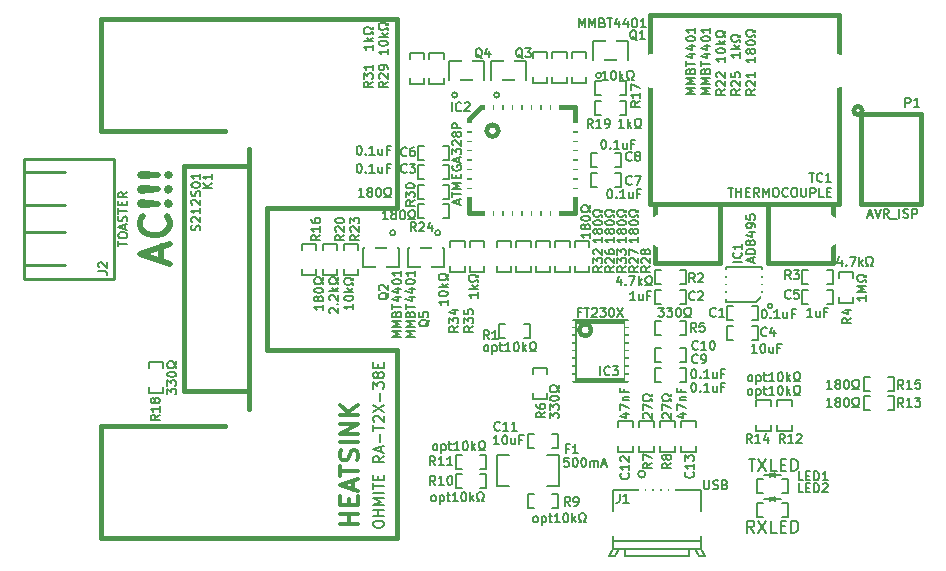
<source format=gto>
G04 (created by PCBNEW (2013-07-07 BZR 4022)-stable) date 11/5/2013 1:48:53 AM*
%MOIN*%
G04 Gerber Fmt 3.4, Leading zero omitted, Abs format*
%FSLAX34Y34*%
G01*
G70*
G90*
G04 APERTURE LIST*
%ADD10C,0.006*%
%ADD11C,0.02*%
%ADD12C,0.015*%
%ADD13C,0.00590551*%
%ADD14C,0.00787402*%
%ADD15C,0.005*%
%ADD16C,0.01*%
%ADD17C,0.0079*%
%ADD18C,0.012*%
%ADD19C,0.008*%
%ADD20C,0.0847*%
%ADD21C,0.0769*%
%ADD22C,0.1044*%
%ADD23R,0.0651X0.0257*%
%ADD24R,0.0257X0.0651*%
%ADD25C,0.1123*%
%ADD26R,0.0611X0.0198*%
%ADD27C,0.0768661*%
%ADD28R,0.0334646X0.0496063*%
%ADD29C,0.0650551*%
%ADD30C,0.12411*%
%ADD31R,0.0493071X0.0493071*%
%ADD32C,0.0532441*%
%ADD33R,0.0629921X0.023622*%
%ADD34R,0.023622X0.0629921*%
%ADD35R,0.0984252X0.0826772*%
%ADD36R,0.0787402X0.0826772*%
%ADD37R,0.0729291X0.0729291*%
%ADD38C,0.0729291*%
%ADD39R,0.0689921X0.0768661*%
%ADD40R,0.0335591X0.0335591*%
%ADD41C,0.0689921*%
%ADD42R,0.0847402X0.0847402*%
%ADD43C,0.0847402*%
%ADD44C,0.147732*%
G04 APERTURE END LIST*
G54D10*
G54D11*
X4569Y9347D02*
X4569Y9823D01*
X4854Y9252D02*
X3854Y9585D01*
X4854Y9919D01*
X4759Y10823D02*
X4807Y10776D01*
X4854Y10633D01*
X4854Y10538D01*
X4807Y10395D01*
X4711Y10300D01*
X4616Y10252D01*
X4426Y10204D01*
X4283Y10204D01*
X4092Y10252D01*
X3997Y10300D01*
X3902Y10395D01*
X3854Y10538D01*
X3854Y10633D01*
X3902Y10776D01*
X3950Y10823D01*
X4759Y11252D02*
X4807Y11300D01*
X4854Y11252D01*
X4807Y11204D01*
X4759Y11252D01*
X4854Y11252D01*
X4473Y11252D02*
X3902Y11204D01*
X3854Y11252D01*
X3902Y11300D01*
X4473Y11252D01*
X3854Y11252D01*
X4759Y11728D02*
X4807Y11776D01*
X4854Y11728D01*
X4807Y11680D01*
X4759Y11728D01*
X4854Y11728D01*
X4473Y11728D02*
X3902Y11680D01*
X3854Y11728D01*
X3902Y11776D01*
X4473Y11728D01*
X3854Y11728D01*
X4759Y12204D02*
X4807Y12252D01*
X4854Y12204D01*
X4807Y12157D01*
X4759Y12204D01*
X4854Y12204D01*
X4473Y12204D02*
X3902Y12157D01*
X3854Y12204D01*
X3902Y12252D01*
X4473Y12204D01*
X3854Y12204D01*
G54D12*
X2579Y3829D02*
X2579Y89D01*
X2579Y13671D02*
X2579Y17411D01*
X7500Y12490D02*
X7500Y13081D01*
X6713Y13671D02*
X2579Y13671D01*
X6713Y3829D02*
X2579Y3829D01*
X7500Y5010D02*
X7500Y4419D01*
X12421Y6388D02*
X12421Y89D01*
X12421Y11112D02*
X12421Y17411D01*
X8091Y11112D02*
X12421Y11112D01*
X8091Y11112D02*
X8091Y6388D01*
X8091Y6388D02*
X12421Y6388D01*
X12421Y17411D02*
X2579Y17411D01*
X2579Y89D02*
X12421Y89D01*
X7500Y5010D02*
X7500Y12490D01*
X7500Y12490D02*
X5335Y12490D01*
X5335Y12490D02*
X5335Y5010D01*
X5335Y5010D02*
X7500Y5010D01*
X15813Y13684D02*
G75*
G03X15813Y13684I-197J0D01*
G74*
G01*
X14828Y14078D02*
X15222Y14472D01*
X15222Y14472D02*
X18372Y14472D01*
X18372Y14472D02*
X18372Y10928D01*
X18372Y10928D02*
X14828Y10928D01*
X14828Y10928D02*
X14828Y14078D01*
X24787Y11228D02*
X24787Y9260D01*
X24787Y9260D02*
X26953Y9260D01*
X26953Y9260D02*
X26953Y11228D01*
X21047Y11228D02*
X21047Y9260D01*
X21047Y9260D02*
X23213Y9260D01*
X23213Y9260D02*
X23213Y11228D01*
X20850Y17528D02*
X20850Y11228D01*
X20850Y11228D02*
X27150Y11228D01*
X27150Y11228D02*
X27150Y17528D01*
X20850Y17528D02*
X27150Y17528D01*
X18905Y7039D02*
G75*
G03X18905Y7039I-197J0D01*
G74*
G01*
X20066Y7334D02*
X18334Y7334D01*
X18334Y7334D02*
X18334Y5366D01*
X18334Y5366D02*
X20066Y5366D01*
X20066Y5366D02*
X20066Y7334D01*
G54D13*
X18959Y16035D02*
X20140Y16035D01*
X20140Y16035D02*
X20140Y16664D01*
X20140Y16664D02*
X18959Y16664D01*
X18959Y16664D02*
X18959Y16035D01*
X19244Y15523D02*
G75*
G03X19244Y15523I-88J0D01*
G74*
G01*
X15559Y15385D02*
X16740Y15385D01*
X16740Y15385D02*
X16740Y16014D01*
X16740Y16014D02*
X15559Y16014D01*
X15559Y16014D02*
X15559Y15385D01*
X15844Y14873D02*
G75*
G03X15844Y14873I-88J0D01*
G74*
G01*
X14159Y15385D02*
X15340Y15385D01*
X15340Y15385D02*
X15340Y16014D01*
X15340Y16014D02*
X14159Y16014D01*
X14159Y16014D02*
X14159Y15385D01*
X14444Y14873D02*
G75*
G03X14444Y14873I-88J0D01*
G74*
G01*
X13990Y9764D02*
X12809Y9764D01*
X12809Y9764D02*
X12809Y9135D01*
X12809Y9135D02*
X13990Y9135D01*
X13990Y9135D02*
X13990Y9764D01*
X13881Y10276D02*
G75*
G03X13881Y10276I-88J0D01*
G74*
G01*
X12490Y9764D02*
X11309Y9764D01*
X11309Y9764D02*
X11309Y9135D01*
X11309Y9135D02*
X12490Y9135D01*
X12490Y9135D02*
X12490Y9764D01*
X12381Y10276D02*
G75*
G03X12381Y10276I-88J0D01*
G74*
G01*
X24944Y7841D02*
G75*
G03X24944Y7841I-78J0D01*
G74*
G01*
X24393Y7959D02*
X23409Y7959D01*
X24590Y8156D02*
X24590Y9140D01*
X24393Y7959D02*
X24590Y8156D01*
X24590Y9140D02*
X23409Y9140D01*
X23409Y9140D02*
X23409Y7959D01*
G54D14*
X19623Y1702D02*
X19623Y-266D01*
X22576Y-266D02*
X22576Y1702D01*
X20706Y2233D02*
G75*
G03X20706Y2233I-118J0D01*
G74*
G01*
X20017Y-266D02*
X20017Y-502D01*
X20017Y-502D02*
X22182Y-502D01*
X22182Y-502D02*
X22182Y-266D01*
X19820Y-266D02*
X19702Y-502D01*
X19623Y-266D02*
X19505Y-502D01*
X19505Y-502D02*
X19702Y-502D01*
X22379Y-266D02*
X22497Y-502D01*
X22576Y-266D02*
X22694Y-502D01*
X22694Y-502D02*
X22497Y-502D01*
X22576Y-266D02*
X19623Y-266D01*
G54D15*
X22576Y9D02*
X19623Y9D01*
G54D14*
X22576Y1702D02*
X19623Y1702D01*
G54D12*
X27941Y14350D02*
G75*
G03X27941Y14350I-141J0D01*
G74*
G01*
X29900Y14250D02*
X27900Y14250D01*
X27900Y14250D02*
X27900Y11250D01*
X27900Y11250D02*
X29900Y11250D01*
X29900Y11250D02*
X29900Y14250D01*
G54D14*
X17823Y2861D02*
X17823Y1838D01*
X17823Y1838D02*
X17429Y1838D01*
X17823Y2861D02*
X17429Y2861D01*
X15776Y1838D02*
X15776Y2861D01*
X15776Y2861D02*
X16170Y2861D01*
X15776Y1838D02*
X16170Y1838D01*
G54D15*
X24871Y2204D02*
X24674Y2204D01*
X25028Y2204D02*
X25225Y2204D01*
X24871Y2204D02*
X25028Y2283D01*
X25028Y2283D02*
X25028Y2125D01*
X25028Y2125D02*
X24871Y2204D01*
X24871Y2125D02*
X24871Y2283D01*
G54D14*
X24438Y1613D02*
X24438Y2086D01*
X24438Y2086D02*
X24635Y2086D01*
X24438Y1613D02*
X24635Y1613D01*
X25461Y2086D02*
X25461Y1613D01*
X25461Y1613D02*
X25264Y1613D01*
X25461Y2086D02*
X25264Y2086D01*
G54D15*
X24871Y1404D02*
X24674Y1404D01*
X25028Y1404D02*
X25225Y1404D01*
X24871Y1404D02*
X25028Y1483D01*
X25028Y1483D02*
X25028Y1325D01*
X25028Y1325D02*
X24871Y1404D01*
X24871Y1325D02*
X24871Y1483D01*
G54D14*
X24438Y813D02*
X24438Y1286D01*
X24438Y1286D02*
X24635Y1286D01*
X24438Y813D02*
X24635Y813D01*
X25461Y1286D02*
X25461Y813D01*
X25461Y813D02*
X25264Y813D01*
X25461Y1286D02*
X25264Y1286D01*
X9263Y9911D02*
X9736Y9911D01*
X9736Y9911D02*
X9736Y9714D01*
X9263Y9911D02*
X9263Y9714D01*
X9736Y8888D02*
X9263Y8888D01*
X9263Y8888D02*
X9263Y9085D01*
X9736Y8888D02*
X9736Y9085D01*
X22061Y5786D02*
X22061Y5313D01*
X22061Y5313D02*
X21864Y5313D01*
X22061Y5786D02*
X21864Y5786D01*
X21038Y5313D02*
X21038Y5786D01*
X21038Y5786D02*
X21235Y5786D01*
X21038Y5313D02*
X21235Y5313D01*
X22061Y6436D02*
X22061Y5963D01*
X22061Y5963D02*
X21864Y5963D01*
X22061Y6436D02*
X21864Y6436D01*
X21038Y5963D02*
X21038Y6436D01*
X21038Y6436D02*
X21235Y6436D01*
X21038Y5963D02*
X21235Y5963D01*
X17811Y3586D02*
X17811Y3113D01*
X17811Y3113D02*
X17614Y3113D01*
X17811Y3586D02*
X17614Y3586D01*
X16788Y3113D02*
X16788Y3586D01*
X16788Y3586D02*
X16985Y3586D01*
X16788Y3113D02*
X16985Y3113D01*
X26961Y9036D02*
X26961Y8563D01*
X26961Y8563D02*
X26764Y8563D01*
X26961Y9036D02*
X26764Y9036D01*
X25938Y8563D02*
X25938Y9036D01*
X25938Y9036D02*
X26135Y9036D01*
X25938Y8563D02*
X26135Y8563D01*
X27636Y7938D02*
X27163Y7938D01*
X27163Y7938D02*
X27163Y8135D01*
X27636Y7938D02*
X27636Y8135D01*
X27163Y8961D02*
X27636Y8961D01*
X27636Y8961D02*
X27636Y8764D01*
X27163Y8961D02*
X27163Y8764D01*
X19813Y4011D02*
X20286Y4011D01*
X20286Y4011D02*
X20286Y3814D01*
X19813Y4011D02*
X19813Y3814D01*
X20286Y2988D02*
X19813Y2988D01*
X19813Y2988D02*
X19813Y3185D01*
X20286Y2988D02*
X20286Y3185D01*
X14388Y2413D02*
X14388Y2886D01*
X14388Y2886D02*
X14585Y2886D01*
X14388Y2413D02*
X14585Y2413D01*
X15411Y2886D02*
X15411Y2413D01*
X15411Y2413D02*
X15214Y2413D01*
X15411Y2886D02*
X15214Y2886D01*
X14388Y1763D02*
X14388Y2236D01*
X14388Y2236D02*
X14585Y2236D01*
X14388Y1763D02*
X14585Y1763D01*
X15411Y2236D02*
X15411Y1763D01*
X15411Y1763D02*
X15214Y1763D01*
X15411Y2236D02*
X15214Y2236D01*
X24886Y3688D02*
X24413Y3688D01*
X24413Y3688D02*
X24413Y3885D01*
X24886Y3688D02*
X24886Y3885D01*
X24413Y4711D02*
X24886Y4711D01*
X24886Y4711D02*
X24886Y4514D01*
X24413Y4711D02*
X24413Y4514D01*
X25586Y3688D02*
X25113Y3688D01*
X25113Y3688D02*
X25113Y3885D01*
X25586Y3688D02*
X25586Y3885D01*
X25113Y4711D02*
X25586Y4711D01*
X25586Y4711D02*
X25586Y4514D01*
X25113Y4711D02*
X25113Y4514D01*
X20986Y2988D02*
X20513Y2988D01*
X20513Y2988D02*
X20513Y3185D01*
X20986Y2988D02*
X20986Y3185D01*
X20513Y4011D02*
X20986Y4011D01*
X20986Y4011D02*
X20986Y3814D01*
X20513Y4011D02*
X20513Y3814D01*
X21686Y2988D02*
X21213Y2988D01*
X21213Y2988D02*
X21213Y3185D01*
X21686Y2988D02*
X21686Y3185D01*
X21213Y4011D02*
X21686Y4011D01*
X21686Y4011D02*
X21686Y3814D01*
X21213Y4011D02*
X21213Y3814D01*
X24461Y7836D02*
X24461Y7363D01*
X24461Y7363D02*
X24264Y7363D01*
X24461Y7836D02*
X24264Y7836D01*
X23438Y7363D02*
X23438Y7836D01*
X23438Y7836D02*
X23635Y7836D01*
X23438Y7363D02*
X23635Y7363D01*
X21913Y4011D02*
X22386Y4011D01*
X22386Y4011D02*
X22386Y3814D01*
X21913Y4011D02*
X21913Y3814D01*
X22386Y2988D02*
X21913Y2988D01*
X21913Y2988D02*
X21913Y3185D01*
X22386Y2988D02*
X22386Y3185D01*
X15838Y6763D02*
X15838Y7236D01*
X15838Y7236D02*
X16035Y7236D01*
X15838Y6763D02*
X16035Y6763D01*
X16861Y7236D02*
X16861Y6763D01*
X16861Y6763D02*
X16664Y6763D01*
X16861Y7236D02*
X16664Y7236D01*
X21038Y6863D02*
X21038Y7336D01*
X21038Y7336D02*
X21235Y7336D01*
X21038Y6863D02*
X21235Y6863D01*
X22061Y7336D02*
X22061Y6863D01*
X22061Y6863D02*
X21864Y6863D01*
X22061Y7336D02*
X21864Y7336D01*
X16963Y5761D02*
X17436Y5761D01*
X17436Y5761D02*
X17436Y5564D01*
X16963Y5761D02*
X16963Y5564D01*
X17436Y4738D02*
X16963Y4738D01*
X16963Y4738D02*
X16963Y4935D01*
X17436Y4738D02*
X17436Y4935D01*
X21038Y8563D02*
X21038Y9036D01*
X21038Y9036D02*
X21235Y9036D01*
X21038Y8563D02*
X21235Y8563D01*
X22061Y9036D02*
X22061Y8563D01*
X22061Y8563D02*
X21864Y8563D01*
X22061Y9036D02*
X21864Y9036D01*
X26961Y8386D02*
X26961Y7913D01*
X26961Y7913D02*
X26764Y7913D01*
X26961Y8386D02*
X26764Y8386D01*
X25938Y7913D02*
X25938Y8386D01*
X25938Y8386D02*
X26135Y8386D01*
X25938Y7913D02*
X26135Y7913D01*
X22061Y8386D02*
X22061Y7913D01*
X22061Y7913D02*
X21864Y7913D01*
X22061Y8386D02*
X21864Y8386D01*
X21038Y7913D02*
X21038Y8386D01*
X21038Y8386D02*
X21235Y8386D01*
X21038Y7913D02*
X21235Y7913D01*
X24461Y7186D02*
X24461Y6713D01*
X24461Y6713D02*
X24264Y6713D01*
X24461Y7186D02*
X24264Y7186D01*
X23438Y6713D02*
X23438Y7186D01*
X23438Y7186D02*
X23635Y7186D01*
X23438Y6713D02*
X23635Y6713D01*
X15763Y10011D02*
X16236Y10011D01*
X16236Y10011D02*
X16236Y9814D01*
X15763Y10011D02*
X15763Y9814D01*
X16236Y8988D02*
X15763Y8988D01*
X15763Y8988D02*
X15763Y9185D01*
X16236Y8988D02*
X16236Y9185D01*
X11136Y8888D02*
X10663Y8888D01*
X10663Y8888D02*
X10663Y9085D01*
X11136Y8888D02*
X11136Y9085D01*
X10663Y9911D02*
X11136Y9911D01*
X11136Y9911D02*
X11136Y9714D01*
X10663Y9911D02*
X10663Y9714D01*
X27988Y5013D02*
X27988Y5486D01*
X27988Y5486D02*
X28185Y5486D01*
X27988Y5013D02*
X28185Y5013D01*
X29011Y5486D02*
X29011Y5013D01*
X29011Y5013D02*
X28814Y5013D01*
X29011Y5486D02*
X28814Y5486D01*
X27988Y4363D02*
X27988Y4836D01*
X27988Y4836D02*
X28185Y4836D01*
X27988Y4363D02*
X28185Y4363D01*
X29011Y4836D02*
X29011Y4363D01*
X29011Y4363D02*
X28814Y4363D01*
X29011Y4836D02*
X28814Y4836D01*
X10436Y8888D02*
X9963Y8888D01*
X9963Y8888D02*
X9963Y9085D01*
X10436Y8888D02*
X10436Y9085D01*
X9963Y9911D02*
X10436Y9911D01*
X10436Y9911D02*
X10436Y9714D01*
X9963Y9911D02*
X9963Y9714D01*
X18736Y15288D02*
X18263Y15288D01*
X18263Y15288D02*
X18263Y15485D01*
X18736Y15288D02*
X18736Y15485D01*
X18263Y16311D02*
X18736Y16311D01*
X18736Y16311D02*
X18736Y16114D01*
X18263Y16311D02*
X18263Y16114D01*
X19038Y14213D02*
X19038Y14686D01*
X19038Y14686D02*
X19235Y14686D01*
X19038Y14213D02*
X19235Y14213D01*
X20061Y14686D02*
X20061Y14213D01*
X20061Y14213D02*
X19864Y14213D01*
X20061Y14686D02*
X19864Y14686D01*
X19038Y14863D02*
X19038Y15336D01*
X19038Y15336D02*
X19235Y15336D01*
X19038Y14863D02*
X19235Y14863D01*
X20061Y15336D02*
X20061Y14863D01*
X20061Y14863D02*
X19864Y14863D01*
X20061Y15336D02*
X19864Y15336D01*
X14161Y11236D02*
X14161Y10763D01*
X14161Y10763D02*
X13964Y10763D01*
X14161Y11236D02*
X13964Y11236D01*
X13138Y10763D02*
X13138Y11236D01*
X13138Y11236D02*
X13335Y11236D01*
X13138Y10763D02*
X13335Y10763D01*
X16413Y10011D02*
X16886Y10011D01*
X16886Y10011D02*
X16886Y9814D01*
X16413Y10011D02*
X16413Y9814D01*
X16886Y8988D02*
X16413Y8988D01*
X16413Y8988D02*
X16413Y9185D01*
X16886Y8988D02*
X16886Y9185D01*
X17713Y10011D02*
X18186Y10011D01*
X18186Y10011D02*
X18186Y9814D01*
X17713Y10011D02*
X17713Y9814D01*
X18186Y8988D02*
X17713Y8988D01*
X17713Y8988D02*
X17713Y9185D01*
X18186Y8988D02*
X18186Y9185D01*
X18363Y10011D02*
X18836Y10011D01*
X18836Y10011D02*
X18836Y9814D01*
X18363Y10011D02*
X18363Y9814D01*
X18836Y8988D02*
X18363Y8988D01*
X18363Y8988D02*
X18363Y9185D01*
X18836Y8988D02*
X18836Y9185D01*
X14161Y11886D02*
X14161Y11413D01*
X14161Y11413D02*
X13964Y11413D01*
X14161Y11886D02*
X13964Y11886D01*
X13138Y11413D02*
X13138Y11886D01*
X13138Y11886D02*
X13335Y11886D01*
X13138Y11413D02*
X13335Y11413D01*
X17811Y1586D02*
X17811Y1113D01*
X17811Y1113D02*
X17614Y1113D01*
X17811Y1586D02*
X17614Y1586D01*
X16788Y1113D02*
X16788Y1586D01*
X16788Y1586D02*
X16985Y1586D01*
X16788Y1113D02*
X16985Y1113D01*
X17063Y10011D02*
X17536Y10011D01*
X17536Y10011D02*
X17536Y9814D01*
X17063Y10011D02*
X17063Y9814D01*
X17536Y8988D02*
X17063Y8988D01*
X17063Y8988D02*
X17063Y9185D01*
X17536Y8988D02*
X17536Y9185D01*
X17613Y16311D02*
X18086Y16311D01*
X18086Y16311D02*
X18086Y16114D01*
X17613Y16311D02*
X17613Y16114D01*
X18086Y15288D02*
X17613Y15288D01*
X17613Y15288D02*
X17613Y15485D01*
X18086Y15288D02*
X18086Y15485D01*
X16963Y16311D02*
X17436Y16311D01*
X17436Y16311D02*
X17436Y16114D01*
X16963Y16311D02*
X16963Y16114D01*
X17436Y15288D02*
X16963Y15288D01*
X16963Y15288D02*
X16963Y15485D01*
X17436Y15288D02*
X17436Y15485D01*
X12863Y16261D02*
X13336Y16261D01*
X13336Y16261D02*
X13336Y16064D01*
X12863Y16261D02*
X12863Y16064D01*
X13336Y15238D02*
X12863Y15238D01*
X12863Y15238D02*
X12863Y15435D01*
X13336Y15238D02*
X13336Y15435D01*
X13513Y16261D02*
X13986Y16261D01*
X13986Y16261D02*
X13986Y16064D01*
X13513Y16261D02*
X13513Y16064D01*
X13986Y15238D02*
X13513Y15238D01*
X13513Y15238D02*
X13513Y15435D01*
X13986Y15238D02*
X13986Y15435D01*
X15336Y8988D02*
X14863Y8988D01*
X14863Y8988D02*
X14863Y9185D01*
X15336Y8988D02*
X15336Y9185D01*
X14863Y10011D02*
X15336Y10011D01*
X15336Y10011D02*
X15336Y9814D01*
X14863Y10011D02*
X14863Y9814D01*
X14686Y8988D02*
X14213Y8988D01*
X14213Y8988D02*
X14213Y9185D01*
X14686Y8988D02*
X14686Y9185D01*
X14213Y10011D02*
X14686Y10011D01*
X14686Y10011D02*
X14686Y9814D01*
X14213Y10011D02*
X14213Y9814D01*
X4636Y4938D02*
X4163Y4938D01*
X4163Y4938D02*
X4163Y5135D01*
X4636Y4938D02*
X4636Y5135D01*
X4163Y5961D02*
X4636Y5961D01*
X4636Y5961D02*
X4636Y5764D01*
X4163Y5961D02*
X4163Y5764D01*
X19911Y12936D02*
X19911Y12463D01*
X19911Y12463D02*
X19714Y12463D01*
X19911Y12936D02*
X19714Y12936D01*
X18888Y12463D02*
X18888Y12936D01*
X18888Y12936D02*
X19085Y12936D01*
X18888Y12463D02*
X19085Y12463D01*
X19911Y12286D02*
X19911Y11813D01*
X19911Y11813D02*
X19714Y11813D01*
X19911Y12286D02*
X19714Y12286D01*
X18888Y11813D02*
X18888Y12286D01*
X18888Y12286D02*
X19085Y12286D01*
X18888Y11813D02*
X19085Y11813D01*
X13138Y12713D02*
X13138Y13186D01*
X13138Y13186D02*
X13335Y13186D01*
X13138Y12713D02*
X13335Y12713D01*
X14161Y13186D02*
X14161Y12713D01*
X14161Y12713D02*
X13964Y12713D01*
X14161Y13186D02*
X13964Y13186D01*
X13138Y12063D02*
X13138Y12536D01*
X13138Y12536D02*
X13335Y12536D01*
X13138Y12063D02*
X13335Y12063D01*
X14161Y12536D02*
X14161Y12063D01*
X14161Y12063D02*
X13964Y12063D01*
X14161Y12536D02*
X13964Y12536D01*
G54D16*
X1350Y9200D02*
X0Y9200D01*
X1350Y10300D02*
X0Y10300D01*
X1350Y12300D02*
X0Y12300D01*
X1350Y11200D02*
X0Y11200D01*
X1350Y8750D02*
X0Y8750D01*
X0Y8750D02*
X0Y12750D01*
X0Y12750D02*
X1350Y12750D01*
X1350Y12750D02*
X3000Y12750D01*
X3000Y12750D02*
X3000Y8750D01*
X3000Y8750D02*
X1350Y8750D01*
G54D10*
X6271Y11778D02*
X5971Y11778D01*
X6271Y11950D02*
X6100Y11821D01*
X5971Y11950D02*
X6142Y11778D01*
X6271Y12235D02*
X6271Y12064D01*
X6271Y12150D02*
X5971Y12150D01*
X6014Y12121D01*
X6042Y12092D01*
X6057Y12064D01*
X5857Y10357D02*
X5871Y10400D01*
X5871Y10471D01*
X5857Y10500D01*
X5842Y10514D01*
X5814Y10528D01*
X5785Y10528D01*
X5757Y10514D01*
X5742Y10500D01*
X5728Y10471D01*
X5714Y10414D01*
X5700Y10385D01*
X5685Y10371D01*
X5657Y10357D01*
X5628Y10357D01*
X5600Y10371D01*
X5585Y10385D01*
X5571Y10414D01*
X5571Y10485D01*
X5585Y10528D01*
X5600Y10642D02*
X5585Y10657D01*
X5571Y10685D01*
X5571Y10757D01*
X5585Y10785D01*
X5600Y10800D01*
X5628Y10814D01*
X5657Y10814D01*
X5700Y10800D01*
X5871Y10628D01*
X5871Y10814D01*
X5871Y11100D02*
X5871Y10928D01*
X5871Y11014D02*
X5571Y11014D01*
X5614Y10985D01*
X5642Y10957D01*
X5657Y10928D01*
X5600Y11214D02*
X5585Y11228D01*
X5571Y11257D01*
X5571Y11328D01*
X5585Y11357D01*
X5600Y11371D01*
X5628Y11385D01*
X5657Y11385D01*
X5700Y11371D01*
X5871Y11200D01*
X5871Y11385D01*
X5857Y11500D02*
X5871Y11542D01*
X5871Y11614D01*
X5857Y11642D01*
X5842Y11657D01*
X5814Y11671D01*
X5785Y11671D01*
X5757Y11657D01*
X5742Y11642D01*
X5728Y11614D01*
X5714Y11557D01*
X5700Y11528D01*
X5685Y11514D01*
X5657Y11500D01*
X5628Y11500D01*
X5600Y11514D01*
X5585Y11528D01*
X5571Y11557D01*
X5571Y11628D01*
X5585Y11671D01*
X5571Y11857D02*
X5571Y11885D01*
X5585Y11914D01*
X5600Y11928D01*
X5628Y11942D01*
X5685Y11957D01*
X5757Y11957D01*
X5814Y11942D01*
X5842Y11928D01*
X5857Y11914D01*
X5871Y11885D01*
X5871Y11857D01*
X5857Y11828D01*
X5842Y11814D01*
X5814Y11800D01*
X5757Y11785D01*
X5685Y11785D01*
X5628Y11800D01*
X5600Y11814D01*
X5585Y11828D01*
X5571Y11857D01*
X5871Y12242D02*
X5871Y12071D01*
X5871Y12157D02*
X5571Y12157D01*
X5614Y12128D01*
X5642Y12099D01*
X5657Y12071D01*
G54D17*
X11639Y528D02*
X11639Y595D01*
X11656Y629D01*
X11689Y663D01*
X11757Y679D01*
X11875Y679D01*
X11942Y663D01*
X11976Y629D01*
X11993Y595D01*
X11993Y528D01*
X11976Y494D01*
X11942Y460D01*
X11875Y443D01*
X11757Y443D01*
X11689Y460D01*
X11656Y494D01*
X11639Y528D01*
X11993Y831D02*
X11639Y831D01*
X11807Y831D02*
X11807Y1033D01*
X11993Y1033D02*
X11639Y1033D01*
X11993Y1202D02*
X11639Y1202D01*
X11892Y1320D01*
X11639Y1438D01*
X11993Y1438D01*
X11993Y1607D02*
X11639Y1607D01*
X11639Y1724D02*
X11639Y1927D01*
X11993Y1826D02*
X11639Y1826D01*
X11807Y2045D02*
X11807Y2163D01*
X11993Y2213D02*
X11993Y2045D01*
X11639Y2045D01*
X11639Y2213D01*
X11993Y2837D02*
X11824Y2719D01*
X11993Y2635D02*
X11639Y2635D01*
X11639Y2770D01*
X11656Y2803D01*
X11673Y2820D01*
X11706Y2837D01*
X11757Y2837D01*
X11791Y2820D01*
X11807Y2803D01*
X11824Y2770D01*
X11824Y2635D01*
X11892Y2972D02*
X11892Y3140D01*
X11993Y2938D02*
X11639Y3056D01*
X11993Y3174D01*
X11858Y3292D02*
X11858Y3562D01*
X11639Y3680D02*
X11639Y3882D01*
X11993Y3781D02*
X11639Y3781D01*
X11673Y3983D02*
X11656Y4000D01*
X11639Y4034D01*
X11639Y4118D01*
X11656Y4152D01*
X11673Y4169D01*
X11706Y4186D01*
X11740Y4186D01*
X11791Y4169D01*
X11993Y3966D01*
X11993Y4186D01*
X11639Y4304D02*
X11993Y4540D01*
X11639Y4540D02*
X11993Y4304D01*
X11858Y4675D02*
X11858Y4944D01*
X11639Y5079D02*
X11639Y5298D01*
X11774Y5180D01*
X11774Y5231D01*
X11791Y5265D01*
X11807Y5281D01*
X11841Y5298D01*
X11925Y5298D01*
X11959Y5281D01*
X11976Y5265D01*
X11993Y5231D01*
X11993Y5130D01*
X11976Y5096D01*
X11959Y5079D01*
X11791Y5501D02*
X11774Y5467D01*
X11757Y5450D01*
X11723Y5433D01*
X11706Y5433D01*
X11673Y5450D01*
X11656Y5467D01*
X11639Y5501D01*
X11639Y5568D01*
X11656Y5602D01*
X11673Y5619D01*
X11706Y5635D01*
X11723Y5635D01*
X11757Y5619D01*
X11774Y5602D01*
X11791Y5568D01*
X11791Y5501D01*
X11807Y5467D01*
X11824Y5450D01*
X11858Y5433D01*
X11925Y5433D01*
X11959Y5450D01*
X11976Y5467D01*
X11993Y5501D01*
X11993Y5568D01*
X11976Y5602D01*
X11959Y5619D01*
X11925Y5635D01*
X11858Y5635D01*
X11824Y5619D01*
X11807Y5602D01*
X11791Y5568D01*
X11807Y5787D02*
X11807Y5905D01*
X11993Y5956D02*
X11993Y5787D01*
X11639Y5787D01*
X11639Y5956D01*
G54D18*
X11142Y578D02*
X10542Y578D01*
X10828Y578D02*
X10828Y921D01*
X11142Y921D02*
X10542Y921D01*
X10828Y1207D02*
X10828Y1407D01*
X11142Y1492D02*
X11142Y1207D01*
X10542Y1207D01*
X10542Y1492D01*
X10971Y1721D02*
X10971Y2007D01*
X11142Y1664D02*
X10542Y1864D01*
X11142Y2064D01*
X10542Y2178D02*
X10542Y2521D01*
X11142Y2350D02*
X10542Y2350D01*
X11114Y2692D02*
X11142Y2778D01*
X11142Y2921D01*
X11114Y2978D01*
X11085Y3007D01*
X11028Y3035D01*
X10971Y3035D01*
X10914Y3007D01*
X10885Y2978D01*
X10857Y2921D01*
X10828Y2807D01*
X10800Y2750D01*
X10771Y2721D01*
X10714Y2692D01*
X10657Y2692D01*
X10600Y2721D01*
X10571Y2750D01*
X10542Y2807D01*
X10542Y2950D01*
X10571Y3035D01*
X11142Y3292D02*
X10542Y3292D01*
X11142Y3578D02*
X10542Y3578D01*
X11142Y3921D01*
X10542Y3921D01*
X11142Y4207D02*
X10542Y4207D01*
X11142Y4550D02*
X10800Y4292D01*
X10542Y4550D02*
X10885Y4207D01*
G54D10*
X14257Y14328D02*
X14257Y14628D01*
X14571Y14357D02*
X14557Y14342D01*
X14514Y14328D01*
X14485Y14328D01*
X14442Y14342D01*
X14414Y14371D01*
X14400Y14400D01*
X14385Y14457D01*
X14385Y14500D01*
X14400Y14557D01*
X14414Y14585D01*
X14442Y14614D01*
X14485Y14628D01*
X14514Y14628D01*
X14557Y14614D01*
X14571Y14600D01*
X14685Y14600D02*
X14700Y14614D01*
X14728Y14628D01*
X14800Y14628D01*
X14828Y14614D01*
X14842Y14600D01*
X14857Y14571D01*
X14857Y14542D01*
X14842Y14500D01*
X14671Y14328D01*
X14857Y14328D01*
X14485Y11250D02*
X14485Y11392D01*
X14571Y11221D02*
X14271Y11321D01*
X14571Y11421D01*
X14271Y11478D02*
X14271Y11650D01*
X14571Y11564D02*
X14271Y11564D01*
X14571Y11750D02*
X14271Y11750D01*
X14485Y11850D01*
X14271Y11950D01*
X14571Y11950D01*
X14414Y12092D02*
X14414Y12192D01*
X14571Y12235D02*
X14571Y12092D01*
X14271Y12092D01*
X14271Y12235D01*
X14285Y12521D02*
X14271Y12492D01*
X14271Y12450D01*
X14285Y12407D01*
X14314Y12378D01*
X14342Y12364D01*
X14400Y12350D01*
X14442Y12350D01*
X14500Y12364D01*
X14528Y12378D01*
X14557Y12407D01*
X14571Y12450D01*
X14571Y12478D01*
X14557Y12521D01*
X14542Y12535D01*
X14442Y12535D01*
X14442Y12478D01*
X14485Y12650D02*
X14485Y12792D01*
X14571Y12621D02*
X14271Y12721D01*
X14571Y12821D01*
X14271Y12892D02*
X14271Y13078D01*
X14385Y12978D01*
X14385Y13021D01*
X14400Y13050D01*
X14414Y13064D01*
X14442Y13078D01*
X14514Y13078D01*
X14542Y13064D01*
X14557Y13050D01*
X14571Y13021D01*
X14571Y12935D01*
X14557Y12907D01*
X14542Y12892D01*
X14300Y13192D02*
X14285Y13207D01*
X14271Y13235D01*
X14271Y13307D01*
X14285Y13335D01*
X14300Y13350D01*
X14328Y13364D01*
X14357Y13364D01*
X14400Y13350D01*
X14571Y13178D01*
X14571Y13364D01*
X14400Y13535D02*
X14385Y13507D01*
X14371Y13492D01*
X14342Y13478D01*
X14328Y13478D01*
X14300Y13492D01*
X14285Y13507D01*
X14271Y13535D01*
X14271Y13592D01*
X14285Y13621D01*
X14300Y13635D01*
X14328Y13650D01*
X14342Y13650D01*
X14371Y13635D01*
X14385Y13621D01*
X14400Y13592D01*
X14400Y13535D01*
X14414Y13507D01*
X14428Y13492D01*
X14457Y13478D01*
X14514Y13478D01*
X14542Y13492D01*
X14557Y13507D01*
X14571Y13535D01*
X14571Y13592D01*
X14557Y13621D01*
X14542Y13635D01*
X14514Y13650D01*
X14457Y13650D01*
X14428Y13635D01*
X14414Y13621D01*
X14400Y13592D01*
X14571Y13778D02*
X14271Y13778D01*
X14271Y13892D01*
X14285Y13921D01*
X14300Y13935D01*
X14328Y13950D01*
X14371Y13950D01*
X14400Y13935D01*
X14414Y13921D01*
X14428Y13892D01*
X14428Y13778D01*
X26171Y12278D02*
X26342Y12278D01*
X26257Y11978D02*
X26257Y12278D01*
X26614Y12007D02*
X26600Y11992D01*
X26557Y11978D01*
X26528Y11978D01*
X26485Y11992D01*
X26457Y12021D01*
X26442Y12050D01*
X26428Y12107D01*
X26428Y12150D01*
X26442Y12207D01*
X26457Y12235D01*
X26485Y12264D01*
X26528Y12278D01*
X26557Y12278D01*
X26600Y12264D01*
X26614Y12250D01*
X26900Y11978D02*
X26728Y11978D01*
X26814Y11978D02*
X26814Y12278D01*
X26785Y12235D01*
X26757Y12207D01*
X26728Y12192D01*
X23471Y11778D02*
X23642Y11778D01*
X23557Y11478D02*
X23557Y11778D01*
X23742Y11478D02*
X23742Y11778D01*
X23742Y11635D02*
X23914Y11635D01*
X23914Y11478D02*
X23914Y11778D01*
X24057Y11635D02*
X24157Y11635D01*
X24200Y11478D02*
X24057Y11478D01*
X24057Y11778D01*
X24200Y11778D01*
X24500Y11478D02*
X24400Y11621D01*
X24328Y11478D02*
X24328Y11778D01*
X24442Y11778D01*
X24471Y11764D01*
X24485Y11750D01*
X24500Y11721D01*
X24500Y11678D01*
X24485Y11650D01*
X24471Y11635D01*
X24442Y11621D01*
X24328Y11621D01*
X24628Y11478D02*
X24628Y11778D01*
X24728Y11564D01*
X24828Y11778D01*
X24828Y11478D01*
X25028Y11778D02*
X25085Y11778D01*
X25114Y11764D01*
X25142Y11735D01*
X25157Y11678D01*
X25157Y11578D01*
X25142Y11521D01*
X25114Y11492D01*
X25085Y11478D01*
X25028Y11478D01*
X25000Y11492D01*
X24971Y11521D01*
X24957Y11578D01*
X24957Y11678D01*
X24971Y11735D01*
X25000Y11764D01*
X25028Y11778D01*
X25457Y11507D02*
X25442Y11492D01*
X25400Y11478D01*
X25371Y11478D01*
X25328Y11492D01*
X25300Y11521D01*
X25285Y11550D01*
X25271Y11607D01*
X25271Y11650D01*
X25285Y11707D01*
X25300Y11735D01*
X25328Y11764D01*
X25371Y11778D01*
X25400Y11778D01*
X25442Y11764D01*
X25457Y11750D01*
X25642Y11778D02*
X25700Y11778D01*
X25728Y11764D01*
X25757Y11735D01*
X25771Y11678D01*
X25771Y11578D01*
X25757Y11521D01*
X25728Y11492D01*
X25700Y11478D01*
X25642Y11478D01*
X25614Y11492D01*
X25585Y11521D01*
X25571Y11578D01*
X25571Y11678D01*
X25585Y11735D01*
X25614Y11764D01*
X25642Y11778D01*
X25900Y11778D02*
X25900Y11535D01*
X25914Y11507D01*
X25928Y11492D01*
X25957Y11478D01*
X26014Y11478D01*
X26042Y11492D01*
X26057Y11507D01*
X26071Y11535D01*
X26071Y11778D01*
X26214Y11478D02*
X26214Y11778D01*
X26328Y11778D01*
X26357Y11764D01*
X26371Y11750D01*
X26385Y11721D01*
X26385Y11678D01*
X26371Y11650D01*
X26357Y11635D01*
X26328Y11621D01*
X26214Y11621D01*
X26657Y11478D02*
X26514Y11478D01*
X26514Y11778D01*
X26757Y11635D02*
X26857Y11635D01*
X26900Y11478D02*
X26757Y11478D01*
X26757Y11778D01*
X26900Y11778D01*
X19207Y5528D02*
X19207Y5828D01*
X19521Y5557D02*
X19507Y5542D01*
X19464Y5528D01*
X19435Y5528D01*
X19392Y5542D01*
X19364Y5571D01*
X19350Y5600D01*
X19335Y5657D01*
X19335Y5700D01*
X19350Y5757D01*
X19364Y5785D01*
X19392Y5814D01*
X19435Y5828D01*
X19464Y5828D01*
X19507Y5814D01*
X19521Y5800D01*
X19621Y5828D02*
X19807Y5828D01*
X19707Y5714D01*
X19750Y5714D01*
X19778Y5700D01*
X19792Y5685D01*
X19807Y5657D01*
X19807Y5585D01*
X19792Y5557D01*
X19778Y5542D01*
X19750Y5528D01*
X19664Y5528D01*
X19635Y5542D01*
X19621Y5557D01*
X18557Y7635D02*
X18457Y7635D01*
X18457Y7478D02*
X18457Y7778D01*
X18600Y7778D01*
X18671Y7778D02*
X18842Y7778D01*
X18757Y7478D02*
X18757Y7778D01*
X18928Y7750D02*
X18942Y7764D01*
X18971Y7778D01*
X19042Y7778D01*
X19071Y7764D01*
X19085Y7750D01*
X19100Y7721D01*
X19100Y7692D01*
X19085Y7650D01*
X18914Y7478D01*
X19100Y7478D01*
X19200Y7778D02*
X19385Y7778D01*
X19285Y7664D01*
X19328Y7664D01*
X19357Y7650D01*
X19371Y7635D01*
X19385Y7607D01*
X19385Y7535D01*
X19371Y7507D01*
X19357Y7492D01*
X19328Y7478D01*
X19242Y7478D01*
X19214Y7492D01*
X19200Y7507D01*
X19571Y7778D02*
X19600Y7778D01*
X19628Y7764D01*
X19642Y7750D01*
X19657Y7721D01*
X19671Y7664D01*
X19671Y7592D01*
X19657Y7535D01*
X19642Y7507D01*
X19628Y7492D01*
X19600Y7478D01*
X19571Y7478D01*
X19542Y7492D01*
X19528Y7507D01*
X19514Y7535D01*
X19500Y7592D01*
X19500Y7664D01*
X19514Y7721D01*
X19528Y7750D01*
X19542Y7764D01*
X19571Y7778D01*
X19771Y7778D02*
X19971Y7478D01*
X19971Y7778D02*
X19771Y7478D01*
X20421Y16700D02*
X20392Y16714D01*
X20364Y16742D01*
X20321Y16785D01*
X20292Y16800D01*
X20264Y16800D01*
X20278Y16728D02*
X20250Y16742D01*
X20221Y16771D01*
X20207Y16828D01*
X20207Y16928D01*
X20221Y16985D01*
X20250Y17014D01*
X20278Y17028D01*
X20335Y17028D01*
X20364Y17014D01*
X20392Y16985D01*
X20407Y16928D01*
X20407Y16828D01*
X20392Y16771D01*
X20364Y16742D01*
X20335Y16728D01*
X20278Y16728D01*
X20692Y16728D02*
X20521Y16728D01*
X20607Y16728D02*
X20607Y17028D01*
X20578Y16985D01*
X20550Y16957D01*
X20521Y16942D01*
X18492Y17128D02*
X18492Y17428D01*
X18592Y17214D01*
X18692Y17428D01*
X18692Y17128D01*
X18835Y17128D02*
X18835Y17428D01*
X18935Y17214D01*
X19035Y17428D01*
X19035Y17128D01*
X19278Y17285D02*
X19321Y17271D01*
X19335Y17257D01*
X19350Y17228D01*
X19350Y17185D01*
X19335Y17157D01*
X19321Y17142D01*
X19292Y17128D01*
X19178Y17128D01*
X19178Y17428D01*
X19278Y17428D01*
X19307Y17414D01*
X19321Y17400D01*
X19335Y17371D01*
X19335Y17342D01*
X19321Y17314D01*
X19307Y17300D01*
X19278Y17285D01*
X19178Y17285D01*
X19435Y17428D02*
X19607Y17428D01*
X19521Y17128D02*
X19521Y17428D01*
X19835Y17328D02*
X19835Y17128D01*
X19764Y17442D02*
X19692Y17228D01*
X19878Y17228D01*
X20121Y17328D02*
X20121Y17128D01*
X20050Y17442D02*
X19978Y17228D01*
X20164Y17228D01*
X20335Y17428D02*
X20364Y17428D01*
X20392Y17414D01*
X20407Y17400D01*
X20421Y17371D01*
X20435Y17314D01*
X20435Y17242D01*
X20421Y17185D01*
X20407Y17157D01*
X20392Y17142D01*
X20364Y17128D01*
X20335Y17128D01*
X20307Y17142D01*
X20292Y17157D01*
X20278Y17185D01*
X20264Y17242D01*
X20264Y17314D01*
X20278Y17371D01*
X20292Y17400D01*
X20307Y17414D01*
X20335Y17428D01*
X20721Y17128D02*
X20550Y17128D01*
X20635Y17128D02*
X20635Y17428D01*
X20607Y17385D01*
X20578Y17357D01*
X20550Y17342D01*
X16621Y16100D02*
X16592Y16114D01*
X16564Y16142D01*
X16521Y16185D01*
X16492Y16200D01*
X16464Y16200D01*
X16478Y16128D02*
X16450Y16142D01*
X16421Y16171D01*
X16407Y16228D01*
X16407Y16328D01*
X16421Y16385D01*
X16450Y16414D01*
X16478Y16428D01*
X16535Y16428D01*
X16564Y16414D01*
X16592Y16385D01*
X16607Y16328D01*
X16607Y16228D01*
X16592Y16171D01*
X16564Y16142D01*
X16535Y16128D01*
X16478Y16128D01*
X16707Y16428D02*
X16892Y16428D01*
X16792Y16314D01*
X16835Y16314D01*
X16864Y16300D01*
X16878Y16285D01*
X16892Y16257D01*
X16892Y16185D01*
X16878Y16157D01*
X16864Y16142D01*
X16835Y16128D01*
X16750Y16128D01*
X16721Y16142D01*
X16707Y16157D01*
X22871Y14892D02*
X22571Y14892D01*
X22785Y14992D01*
X22571Y15092D01*
X22871Y15092D01*
X22871Y15235D02*
X22571Y15235D01*
X22785Y15335D01*
X22571Y15435D01*
X22871Y15435D01*
X22714Y15678D02*
X22728Y15721D01*
X22742Y15735D01*
X22771Y15750D01*
X22814Y15750D01*
X22842Y15735D01*
X22857Y15721D01*
X22871Y15692D01*
X22871Y15578D01*
X22571Y15578D01*
X22571Y15678D01*
X22585Y15707D01*
X22600Y15721D01*
X22628Y15735D01*
X22657Y15735D01*
X22685Y15721D01*
X22700Y15707D01*
X22714Y15678D01*
X22714Y15578D01*
X22571Y15835D02*
X22571Y16007D01*
X22871Y15921D02*
X22571Y15921D01*
X22671Y16235D02*
X22871Y16235D01*
X22557Y16164D02*
X22771Y16092D01*
X22771Y16278D01*
X22671Y16521D02*
X22871Y16521D01*
X22557Y16450D02*
X22771Y16378D01*
X22771Y16564D01*
X22571Y16735D02*
X22571Y16764D01*
X22585Y16792D01*
X22600Y16807D01*
X22628Y16821D01*
X22685Y16835D01*
X22757Y16835D01*
X22814Y16821D01*
X22842Y16807D01*
X22857Y16792D01*
X22871Y16764D01*
X22871Y16735D01*
X22857Y16707D01*
X22842Y16692D01*
X22814Y16678D01*
X22757Y16664D01*
X22685Y16664D01*
X22628Y16678D01*
X22600Y16692D01*
X22585Y16707D01*
X22571Y16735D01*
X22871Y17121D02*
X22871Y16950D01*
X22871Y17035D02*
X22571Y17035D01*
X22614Y17007D01*
X22642Y16978D01*
X22657Y16950D01*
X15271Y16100D02*
X15242Y16114D01*
X15214Y16142D01*
X15171Y16185D01*
X15142Y16200D01*
X15114Y16200D01*
X15128Y16128D02*
X15100Y16142D01*
X15071Y16171D01*
X15057Y16228D01*
X15057Y16328D01*
X15071Y16385D01*
X15100Y16414D01*
X15128Y16428D01*
X15185Y16428D01*
X15214Y16414D01*
X15242Y16385D01*
X15257Y16328D01*
X15257Y16228D01*
X15242Y16171D01*
X15214Y16142D01*
X15185Y16128D01*
X15128Y16128D01*
X15514Y16328D02*
X15514Y16128D01*
X15442Y16442D02*
X15371Y16228D01*
X15557Y16228D01*
X22371Y14892D02*
X22071Y14892D01*
X22285Y14992D01*
X22071Y15092D01*
X22371Y15092D01*
X22371Y15235D02*
X22071Y15235D01*
X22285Y15335D01*
X22071Y15435D01*
X22371Y15435D01*
X22214Y15678D02*
X22228Y15721D01*
X22242Y15735D01*
X22271Y15750D01*
X22314Y15750D01*
X22342Y15735D01*
X22357Y15721D01*
X22371Y15692D01*
X22371Y15578D01*
X22071Y15578D01*
X22071Y15678D01*
X22085Y15707D01*
X22100Y15721D01*
X22128Y15735D01*
X22157Y15735D01*
X22185Y15721D01*
X22200Y15707D01*
X22214Y15678D01*
X22214Y15578D01*
X22071Y15835D02*
X22071Y16007D01*
X22371Y15921D02*
X22071Y15921D01*
X22171Y16235D02*
X22371Y16235D01*
X22057Y16164D02*
X22271Y16092D01*
X22271Y16278D01*
X22171Y16521D02*
X22371Y16521D01*
X22057Y16450D02*
X22271Y16378D01*
X22271Y16564D01*
X22071Y16735D02*
X22071Y16764D01*
X22085Y16792D01*
X22100Y16807D01*
X22128Y16821D01*
X22185Y16835D01*
X22257Y16835D01*
X22314Y16821D01*
X22342Y16807D01*
X22357Y16792D01*
X22371Y16764D01*
X22371Y16735D01*
X22357Y16707D01*
X22342Y16692D01*
X22314Y16678D01*
X22257Y16664D01*
X22185Y16664D01*
X22128Y16678D01*
X22100Y16692D01*
X22085Y16707D01*
X22071Y16735D01*
X22371Y17121D02*
X22371Y16950D01*
X22371Y17035D02*
X22071Y17035D01*
X22114Y17007D01*
X22142Y16978D01*
X22157Y16950D01*
X13500Y7371D02*
X13485Y7342D01*
X13457Y7314D01*
X13414Y7271D01*
X13400Y7242D01*
X13400Y7214D01*
X13471Y7228D02*
X13457Y7200D01*
X13428Y7171D01*
X13371Y7157D01*
X13271Y7157D01*
X13214Y7171D01*
X13185Y7200D01*
X13171Y7228D01*
X13171Y7285D01*
X13185Y7314D01*
X13214Y7342D01*
X13271Y7357D01*
X13371Y7357D01*
X13428Y7342D01*
X13457Y7314D01*
X13471Y7285D01*
X13471Y7228D01*
X13171Y7628D02*
X13171Y7485D01*
X13314Y7471D01*
X13300Y7485D01*
X13285Y7514D01*
X13285Y7585D01*
X13300Y7614D01*
X13314Y7628D01*
X13342Y7642D01*
X13414Y7642D01*
X13442Y7628D01*
X13457Y7614D01*
X13471Y7585D01*
X13471Y7514D01*
X13457Y7485D01*
X13442Y7471D01*
X13021Y6792D02*
X12721Y6792D01*
X12935Y6892D01*
X12721Y6992D01*
X13021Y6992D01*
X13021Y7135D02*
X12721Y7135D01*
X12935Y7235D01*
X12721Y7335D01*
X13021Y7335D01*
X12864Y7578D02*
X12878Y7621D01*
X12892Y7635D01*
X12921Y7650D01*
X12964Y7650D01*
X12992Y7635D01*
X13007Y7621D01*
X13021Y7592D01*
X13021Y7478D01*
X12721Y7478D01*
X12721Y7578D01*
X12735Y7607D01*
X12750Y7621D01*
X12778Y7635D01*
X12807Y7635D01*
X12835Y7621D01*
X12850Y7607D01*
X12864Y7578D01*
X12864Y7478D01*
X12721Y7735D02*
X12721Y7907D01*
X13021Y7821D02*
X12721Y7821D01*
X12821Y8135D02*
X13021Y8135D01*
X12707Y8064D02*
X12921Y7992D01*
X12921Y8178D01*
X12821Y8421D02*
X13021Y8421D01*
X12707Y8350D02*
X12921Y8278D01*
X12921Y8464D01*
X12721Y8635D02*
X12721Y8664D01*
X12735Y8692D01*
X12750Y8707D01*
X12778Y8721D01*
X12835Y8735D01*
X12907Y8735D01*
X12964Y8721D01*
X12992Y8707D01*
X13007Y8692D01*
X13021Y8664D01*
X13021Y8635D01*
X13007Y8607D01*
X12992Y8592D01*
X12964Y8578D01*
X12907Y8564D01*
X12835Y8564D01*
X12778Y8578D01*
X12750Y8592D01*
X12735Y8607D01*
X12721Y8635D01*
X13021Y9021D02*
X13021Y8850D01*
X13021Y8935D02*
X12721Y8935D01*
X12764Y8907D01*
X12792Y8878D01*
X12807Y8850D01*
X12150Y8271D02*
X12135Y8242D01*
X12107Y8214D01*
X12064Y8171D01*
X12050Y8142D01*
X12050Y8114D01*
X12121Y8128D02*
X12107Y8100D01*
X12078Y8071D01*
X12021Y8057D01*
X11921Y8057D01*
X11864Y8071D01*
X11835Y8100D01*
X11821Y8128D01*
X11821Y8185D01*
X11835Y8214D01*
X11864Y8242D01*
X11921Y8257D01*
X12021Y8257D01*
X12078Y8242D01*
X12107Y8214D01*
X12121Y8185D01*
X12121Y8128D01*
X11850Y8371D02*
X11835Y8385D01*
X11821Y8414D01*
X11821Y8485D01*
X11835Y8514D01*
X11850Y8528D01*
X11878Y8542D01*
X11907Y8542D01*
X11950Y8528D01*
X12121Y8357D01*
X12121Y8542D01*
X12571Y6792D02*
X12271Y6792D01*
X12485Y6892D01*
X12271Y6992D01*
X12571Y6992D01*
X12571Y7135D02*
X12271Y7135D01*
X12485Y7235D01*
X12271Y7335D01*
X12571Y7335D01*
X12414Y7578D02*
X12428Y7621D01*
X12442Y7635D01*
X12471Y7650D01*
X12514Y7650D01*
X12542Y7635D01*
X12557Y7621D01*
X12571Y7592D01*
X12571Y7478D01*
X12271Y7478D01*
X12271Y7578D01*
X12285Y7607D01*
X12300Y7621D01*
X12328Y7635D01*
X12357Y7635D01*
X12385Y7621D01*
X12400Y7607D01*
X12414Y7578D01*
X12414Y7478D01*
X12271Y7735D02*
X12271Y7907D01*
X12571Y7821D02*
X12271Y7821D01*
X12371Y8135D02*
X12571Y8135D01*
X12257Y8064D02*
X12471Y7992D01*
X12471Y8178D01*
X12371Y8421D02*
X12571Y8421D01*
X12257Y8350D02*
X12471Y8278D01*
X12471Y8464D01*
X12271Y8635D02*
X12271Y8664D01*
X12285Y8692D01*
X12300Y8707D01*
X12328Y8721D01*
X12385Y8735D01*
X12457Y8735D01*
X12514Y8721D01*
X12542Y8707D01*
X12557Y8692D01*
X12571Y8664D01*
X12571Y8635D01*
X12557Y8607D01*
X12542Y8592D01*
X12514Y8578D01*
X12457Y8564D01*
X12385Y8564D01*
X12328Y8578D01*
X12300Y8592D01*
X12285Y8607D01*
X12271Y8635D01*
X12571Y9021D02*
X12571Y8850D01*
X12571Y8935D02*
X12271Y8935D01*
X12314Y8907D01*
X12342Y8878D01*
X12357Y8850D01*
X23921Y9307D02*
X23621Y9307D01*
X23892Y9621D02*
X23907Y9607D01*
X23921Y9564D01*
X23921Y9535D01*
X23907Y9492D01*
X23878Y9464D01*
X23850Y9450D01*
X23792Y9435D01*
X23750Y9435D01*
X23692Y9450D01*
X23664Y9464D01*
X23635Y9492D01*
X23621Y9535D01*
X23621Y9564D01*
X23635Y9607D01*
X23650Y9621D01*
X23921Y9907D02*
X23921Y9735D01*
X23921Y9821D02*
X23621Y9821D01*
X23664Y9792D01*
X23692Y9764D01*
X23707Y9735D01*
X24285Y9307D02*
X24285Y9450D01*
X24371Y9278D02*
X24071Y9378D01*
X24371Y9478D01*
X24371Y9578D02*
X24071Y9578D01*
X24071Y9650D01*
X24085Y9692D01*
X24114Y9721D01*
X24142Y9735D01*
X24200Y9750D01*
X24242Y9750D01*
X24300Y9735D01*
X24328Y9721D01*
X24357Y9692D01*
X24371Y9650D01*
X24371Y9578D01*
X24200Y9921D02*
X24185Y9892D01*
X24171Y9878D01*
X24142Y9864D01*
X24128Y9864D01*
X24100Y9878D01*
X24085Y9892D01*
X24071Y9921D01*
X24071Y9978D01*
X24085Y10007D01*
X24100Y10021D01*
X24128Y10035D01*
X24142Y10035D01*
X24171Y10021D01*
X24185Y10007D01*
X24200Y9978D01*
X24200Y9921D01*
X24214Y9892D01*
X24228Y9878D01*
X24257Y9864D01*
X24314Y9864D01*
X24342Y9878D01*
X24357Y9892D01*
X24371Y9921D01*
X24371Y9978D01*
X24357Y10007D01*
X24342Y10021D01*
X24314Y10035D01*
X24257Y10035D01*
X24228Y10021D01*
X24214Y10007D01*
X24200Y9978D01*
X24171Y10292D02*
X24371Y10292D01*
X24057Y10221D02*
X24271Y10150D01*
X24271Y10335D01*
X24371Y10464D02*
X24371Y10521D01*
X24357Y10550D01*
X24342Y10564D01*
X24300Y10592D01*
X24242Y10607D01*
X24128Y10607D01*
X24100Y10592D01*
X24085Y10578D01*
X24071Y10550D01*
X24071Y10492D01*
X24085Y10464D01*
X24100Y10450D01*
X24128Y10435D01*
X24200Y10435D01*
X24228Y10450D01*
X24242Y10464D01*
X24257Y10492D01*
X24257Y10550D01*
X24242Y10578D01*
X24228Y10592D01*
X24200Y10607D01*
X24071Y10878D02*
X24071Y10735D01*
X24214Y10721D01*
X24200Y10735D01*
X24185Y10764D01*
X24185Y10835D01*
X24200Y10864D01*
X24214Y10878D01*
X24242Y10892D01*
X24314Y10892D01*
X24342Y10878D01*
X24357Y10864D01*
X24371Y10835D01*
X24371Y10764D01*
X24357Y10735D01*
X24342Y10721D01*
X19850Y1578D02*
X19850Y1364D01*
X19835Y1321D01*
X19807Y1292D01*
X19764Y1278D01*
X19735Y1278D01*
X20150Y1278D02*
X19978Y1278D01*
X20064Y1278D02*
X20064Y1578D01*
X20035Y1535D01*
X20007Y1507D01*
X19978Y1492D01*
X22671Y2028D02*
X22671Y1785D01*
X22685Y1757D01*
X22700Y1742D01*
X22728Y1728D01*
X22785Y1728D01*
X22814Y1742D01*
X22828Y1757D01*
X22842Y1785D01*
X22842Y2028D01*
X22971Y1742D02*
X23014Y1728D01*
X23085Y1728D01*
X23114Y1742D01*
X23128Y1757D01*
X23142Y1785D01*
X23142Y1814D01*
X23128Y1842D01*
X23114Y1857D01*
X23085Y1871D01*
X23028Y1885D01*
X23000Y1900D01*
X22985Y1914D01*
X22971Y1942D01*
X22971Y1971D01*
X22985Y2000D01*
X23000Y2014D01*
X23028Y2028D01*
X23100Y2028D01*
X23142Y2014D01*
X23371Y1885D02*
X23414Y1871D01*
X23428Y1857D01*
X23442Y1828D01*
X23442Y1785D01*
X23428Y1757D01*
X23414Y1742D01*
X23385Y1728D01*
X23271Y1728D01*
X23271Y2028D01*
X23371Y2028D01*
X23400Y2014D01*
X23414Y2000D01*
X23428Y1971D01*
X23428Y1942D01*
X23414Y1914D01*
X23400Y1900D01*
X23371Y1885D01*
X23271Y1885D01*
X29378Y14478D02*
X29378Y14778D01*
X29492Y14778D01*
X29521Y14764D01*
X29535Y14750D01*
X29550Y14721D01*
X29550Y14678D01*
X29535Y14650D01*
X29521Y14635D01*
X29492Y14621D01*
X29378Y14621D01*
X29835Y14478D02*
X29664Y14478D01*
X29750Y14478D02*
X29750Y14778D01*
X29721Y14735D01*
X29692Y14707D01*
X29664Y14692D01*
X28121Y10864D02*
X28264Y10864D01*
X28092Y10778D02*
X28192Y11078D01*
X28292Y10778D01*
X28350Y11078D02*
X28450Y10778D01*
X28550Y11078D01*
X28821Y10778D02*
X28721Y10921D01*
X28650Y10778D02*
X28650Y11078D01*
X28764Y11078D01*
X28792Y11064D01*
X28807Y11050D01*
X28821Y11021D01*
X28821Y10978D01*
X28807Y10950D01*
X28792Y10935D01*
X28764Y10921D01*
X28650Y10921D01*
X28878Y10750D02*
X29107Y10750D01*
X29178Y10778D02*
X29178Y11078D01*
X29307Y10792D02*
X29350Y10778D01*
X29421Y10778D01*
X29450Y10792D01*
X29464Y10807D01*
X29478Y10835D01*
X29478Y10864D01*
X29464Y10892D01*
X29450Y10907D01*
X29421Y10921D01*
X29364Y10935D01*
X29335Y10950D01*
X29321Y10964D01*
X29307Y10992D01*
X29307Y11021D01*
X29321Y11050D01*
X29335Y11064D01*
X29364Y11078D01*
X29435Y11078D01*
X29478Y11064D01*
X29607Y10778D02*
X29607Y11078D01*
X29721Y11078D01*
X29750Y11064D01*
X29764Y11050D01*
X29778Y11021D01*
X29778Y10978D01*
X29764Y10950D01*
X29750Y10935D01*
X29721Y10921D01*
X29607Y10921D01*
X18150Y3085D02*
X18050Y3085D01*
X18050Y2928D02*
X18050Y3228D01*
X18192Y3228D01*
X18464Y2928D02*
X18292Y2928D01*
X18378Y2928D02*
X18378Y3228D01*
X18350Y3185D01*
X18321Y3157D01*
X18292Y3142D01*
X18157Y2778D02*
X18014Y2778D01*
X18000Y2635D01*
X18014Y2650D01*
X18042Y2664D01*
X18114Y2664D01*
X18142Y2650D01*
X18157Y2635D01*
X18171Y2607D01*
X18171Y2535D01*
X18157Y2507D01*
X18142Y2492D01*
X18114Y2478D01*
X18042Y2478D01*
X18014Y2492D01*
X18000Y2507D01*
X18357Y2778D02*
X18385Y2778D01*
X18414Y2764D01*
X18428Y2750D01*
X18442Y2721D01*
X18457Y2664D01*
X18457Y2592D01*
X18442Y2535D01*
X18428Y2507D01*
X18414Y2492D01*
X18385Y2478D01*
X18357Y2478D01*
X18328Y2492D01*
X18314Y2507D01*
X18300Y2535D01*
X18285Y2592D01*
X18285Y2664D01*
X18300Y2721D01*
X18314Y2750D01*
X18328Y2764D01*
X18357Y2778D01*
X18642Y2778D02*
X18671Y2778D01*
X18700Y2764D01*
X18714Y2750D01*
X18728Y2721D01*
X18742Y2664D01*
X18742Y2592D01*
X18728Y2535D01*
X18714Y2507D01*
X18700Y2492D01*
X18671Y2478D01*
X18642Y2478D01*
X18614Y2492D01*
X18600Y2507D01*
X18585Y2535D01*
X18571Y2592D01*
X18571Y2664D01*
X18585Y2721D01*
X18600Y2750D01*
X18614Y2764D01*
X18642Y2778D01*
X18871Y2478D02*
X18871Y2678D01*
X18871Y2650D02*
X18885Y2664D01*
X18914Y2678D01*
X18957Y2678D01*
X18985Y2664D01*
X19000Y2635D01*
X19000Y2478D01*
X19000Y2635D02*
X19014Y2664D01*
X19042Y2678D01*
X19085Y2678D01*
X19114Y2664D01*
X19128Y2635D01*
X19128Y2478D01*
X19257Y2564D02*
X19400Y2564D01*
X19228Y2478D02*
X19328Y2778D01*
X19428Y2478D01*
X25964Y2028D02*
X25821Y2028D01*
X25821Y2328D01*
X26064Y2185D02*
X26164Y2185D01*
X26207Y2028D02*
X26064Y2028D01*
X26064Y2328D01*
X26207Y2328D01*
X26335Y2028D02*
X26335Y2328D01*
X26407Y2328D01*
X26450Y2314D01*
X26478Y2285D01*
X26492Y2257D01*
X26507Y2200D01*
X26507Y2157D01*
X26492Y2100D01*
X26478Y2071D01*
X26450Y2042D01*
X26407Y2028D01*
X26335Y2028D01*
X26792Y2028D02*
X26621Y2028D01*
X26707Y2028D02*
X26707Y2328D01*
X26678Y2285D01*
X26650Y2257D01*
X26621Y2242D01*
G54D19*
X24152Y2738D02*
X24380Y2738D01*
X24266Y2338D02*
X24266Y2738D01*
X24476Y2738D02*
X24742Y2338D01*
X24742Y2738D02*
X24476Y2338D01*
X25085Y2338D02*
X24895Y2338D01*
X24895Y2738D01*
X25219Y2547D02*
X25352Y2547D01*
X25409Y2338D02*
X25219Y2338D01*
X25219Y2738D01*
X25409Y2738D01*
X25580Y2338D02*
X25580Y2738D01*
X25676Y2738D01*
X25733Y2719D01*
X25771Y2680D01*
X25790Y2642D01*
X25809Y2566D01*
X25809Y2509D01*
X25790Y2433D01*
X25771Y2395D01*
X25733Y2357D01*
X25676Y2338D01*
X25580Y2338D01*
G54D10*
X25964Y1628D02*
X25821Y1628D01*
X25821Y1928D01*
X26064Y1785D02*
X26164Y1785D01*
X26207Y1628D02*
X26064Y1628D01*
X26064Y1928D01*
X26207Y1928D01*
X26335Y1628D02*
X26335Y1928D01*
X26407Y1928D01*
X26450Y1914D01*
X26478Y1885D01*
X26492Y1857D01*
X26507Y1800D01*
X26507Y1757D01*
X26492Y1700D01*
X26478Y1671D01*
X26450Y1642D01*
X26407Y1628D01*
X26335Y1628D01*
X26621Y1900D02*
X26635Y1914D01*
X26664Y1928D01*
X26735Y1928D01*
X26764Y1914D01*
X26778Y1900D01*
X26792Y1871D01*
X26792Y1842D01*
X26778Y1800D01*
X26607Y1628D01*
X26792Y1628D01*
G54D19*
X24340Y288D02*
X24207Y478D01*
X24111Y288D02*
X24111Y688D01*
X24264Y688D01*
X24302Y669D01*
X24321Y650D01*
X24340Y611D01*
X24340Y554D01*
X24321Y516D01*
X24302Y497D01*
X24264Y478D01*
X24111Y478D01*
X24473Y688D02*
X24740Y288D01*
X24740Y688D02*
X24473Y288D01*
X25083Y288D02*
X24892Y288D01*
X24892Y688D01*
X25216Y497D02*
X25350Y497D01*
X25407Y288D02*
X25216Y288D01*
X25216Y688D01*
X25407Y688D01*
X25578Y288D02*
X25578Y688D01*
X25673Y688D01*
X25730Y669D01*
X25769Y630D01*
X25788Y592D01*
X25807Y516D01*
X25807Y459D01*
X25788Y383D01*
X25769Y345D01*
X25730Y307D01*
X25673Y288D01*
X25578Y288D01*
G54D10*
X9871Y10207D02*
X9728Y10107D01*
X9871Y10035D02*
X9571Y10035D01*
X9571Y10150D01*
X9585Y10178D01*
X9600Y10192D01*
X9628Y10207D01*
X9671Y10207D01*
X9700Y10192D01*
X9714Y10178D01*
X9728Y10150D01*
X9728Y10035D01*
X9871Y10492D02*
X9871Y10321D01*
X9871Y10407D02*
X9571Y10407D01*
X9614Y10378D01*
X9642Y10350D01*
X9657Y10321D01*
X9571Y10750D02*
X9571Y10692D01*
X9585Y10664D01*
X9600Y10650D01*
X9642Y10621D01*
X9700Y10607D01*
X9814Y10607D01*
X9842Y10621D01*
X9857Y10635D01*
X9871Y10664D01*
X9871Y10721D01*
X9857Y10750D01*
X9842Y10764D01*
X9814Y10778D01*
X9742Y10778D01*
X9714Y10764D01*
X9700Y10750D01*
X9685Y10721D01*
X9685Y10664D01*
X9700Y10635D01*
X9714Y10621D01*
X9742Y10607D01*
X9971Y7878D02*
X9971Y7707D01*
X9971Y7792D02*
X9671Y7792D01*
X9714Y7764D01*
X9742Y7735D01*
X9757Y7707D01*
X9800Y8050D02*
X9785Y8021D01*
X9771Y8007D01*
X9742Y7992D01*
X9728Y7992D01*
X9700Y8007D01*
X9685Y8021D01*
X9671Y8050D01*
X9671Y8107D01*
X9685Y8135D01*
X9700Y8150D01*
X9728Y8164D01*
X9742Y8164D01*
X9771Y8150D01*
X9785Y8135D01*
X9800Y8107D01*
X9800Y8050D01*
X9814Y8021D01*
X9828Y8007D01*
X9857Y7992D01*
X9914Y7992D01*
X9942Y8007D01*
X9957Y8021D01*
X9971Y8050D01*
X9971Y8107D01*
X9957Y8135D01*
X9942Y8150D01*
X9914Y8164D01*
X9857Y8164D01*
X9828Y8150D01*
X9814Y8135D01*
X9800Y8107D01*
X9671Y8350D02*
X9671Y8378D01*
X9685Y8407D01*
X9700Y8421D01*
X9728Y8435D01*
X9785Y8450D01*
X9857Y8450D01*
X9914Y8435D01*
X9942Y8421D01*
X9957Y8407D01*
X9971Y8378D01*
X9971Y8350D01*
X9957Y8321D01*
X9942Y8307D01*
X9914Y8292D01*
X9857Y8278D01*
X9785Y8278D01*
X9728Y8292D01*
X9700Y8307D01*
X9685Y8321D01*
X9671Y8350D01*
X9971Y8564D02*
X9971Y8635D01*
X9914Y8635D01*
X9900Y8607D01*
X9871Y8578D01*
X9828Y8564D01*
X9757Y8564D01*
X9714Y8578D01*
X9685Y8607D01*
X9671Y8650D01*
X9671Y8707D01*
X9685Y8750D01*
X9714Y8778D01*
X9757Y8792D01*
X9828Y8792D01*
X9871Y8778D01*
X9900Y8750D01*
X9914Y8721D01*
X9971Y8721D01*
X9971Y8792D01*
X22450Y5957D02*
X22435Y5942D01*
X22392Y5928D01*
X22364Y5928D01*
X22321Y5942D01*
X22292Y5971D01*
X22278Y6000D01*
X22264Y6057D01*
X22264Y6100D01*
X22278Y6157D01*
X22292Y6185D01*
X22321Y6214D01*
X22364Y6228D01*
X22392Y6228D01*
X22435Y6214D01*
X22450Y6200D01*
X22592Y5928D02*
X22650Y5928D01*
X22678Y5942D01*
X22692Y5957D01*
X22721Y6000D01*
X22735Y6057D01*
X22735Y6171D01*
X22721Y6200D01*
X22707Y6214D01*
X22678Y6228D01*
X22621Y6228D01*
X22592Y6214D01*
X22578Y6200D01*
X22564Y6171D01*
X22564Y6100D01*
X22578Y6071D01*
X22592Y6057D01*
X22621Y6042D01*
X22678Y6042D01*
X22707Y6057D01*
X22721Y6071D01*
X22735Y6100D01*
X22307Y5278D02*
X22335Y5278D01*
X22364Y5264D01*
X22378Y5250D01*
X22392Y5221D01*
X22407Y5164D01*
X22407Y5092D01*
X22392Y5035D01*
X22378Y5007D01*
X22364Y4992D01*
X22335Y4978D01*
X22307Y4978D01*
X22278Y4992D01*
X22264Y5007D01*
X22250Y5035D01*
X22235Y5092D01*
X22235Y5164D01*
X22250Y5221D01*
X22264Y5250D01*
X22278Y5264D01*
X22307Y5278D01*
X22535Y5007D02*
X22550Y4992D01*
X22535Y4978D01*
X22521Y4992D01*
X22535Y5007D01*
X22535Y4978D01*
X22835Y4978D02*
X22664Y4978D01*
X22750Y4978D02*
X22750Y5278D01*
X22721Y5235D01*
X22692Y5207D01*
X22664Y5192D01*
X23092Y5178D02*
X23092Y4978D01*
X22964Y5178D02*
X22964Y5021D01*
X22978Y4992D01*
X23007Y4978D01*
X23050Y4978D01*
X23078Y4992D01*
X23092Y5007D01*
X23335Y5135D02*
X23235Y5135D01*
X23235Y4978D02*
X23235Y5278D01*
X23378Y5278D01*
X22457Y6407D02*
X22442Y6392D01*
X22400Y6378D01*
X22371Y6378D01*
X22328Y6392D01*
X22300Y6421D01*
X22285Y6450D01*
X22271Y6507D01*
X22271Y6550D01*
X22285Y6607D01*
X22300Y6635D01*
X22328Y6664D01*
X22371Y6678D01*
X22400Y6678D01*
X22442Y6664D01*
X22457Y6650D01*
X22742Y6378D02*
X22571Y6378D01*
X22657Y6378D02*
X22657Y6678D01*
X22628Y6635D01*
X22600Y6607D01*
X22571Y6592D01*
X22928Y6678D02*
X22957Y6678D01*
X22985Y6664D01*
X23000Y6650D01*
X23014Y6621D01*
X23028Y6564D01*
X23028Y6492D01*
X23014Y6435D01*
X23000Y6407D01*
X22985Y6392D01*
X22957Y6378D01*
X22928Y6378D01*
X22900Y6392D01*
X22885Y6407D01*
X22871Y6435D01*
X22857Y6492D01*
X22857Y6564D01*
X22871Y6621D01*
X22885Y6650D01*
X22900Y6664D01*
X22928Y6678D01*
X22307Y5728D02*
X22335Y5728D01*
X22364Y5714D01*
X22378Y5700D01*
X22392Y5671D01*
X22407Y5614D01*
X22407Y5542D01*
X22392Y5485D01*
X22378Y5457D01*
X22364Y5442D01*
X22335Y5428D01*
X22307Y5428D01*
X22278Y5442D01*
X22264Y5457D01*
X22250Y5485D01*
X22235Y5542D01*
X22235Y5614D01*
X22250Y5671D01*
X22264Y5700D01*
X22278Y5714D01*
X22307Y5728D01*
X22535Y5457D02*
X22550Y5442D01*
X22535Y5428D01*
X22521Y5442D01*
X22535Y5457D01*
X22535Y5428D01*
X22835Y5428D02*
X22664Y5428D01*
X22750Y5428D02*
X22750Y5728D01*
X22721Y5685D01*
X22692Y5657D01*
X22664Y5642D01*
X23092Y5628D02*
X23092Y5428D01*
X22964Y5628D02*
X22964Y5471D01*
X22978Y5442D01*
X23007Y5428D01*
X23050Y5428D01*
X23078Y5442D01*
X23092Y5457D01*
X23335Y5585D02*
X23235Y5585D01*
X23235Y5428D02*
X23235Y5728D01*
X23378Y5728D01*
X15857Y3707D02*
X15842Y3692D01*
X15800Y3678D01*
X15771Y3678D01*
X15728Y3692D01*
X15700Y3721D01*
X15685Y3750D01*
X15671Y3807D01*
X15671Y3850D01*
X15685Y3907D01*
X15700Y3935D01*
X15728Y3964D01*
X15771Y3978D01*
X15800Y3978D01*
X15842Y3964D01*
X15857Y3950D01*
X16142Y3678D02*
X15971Y3678D01*
X16057Y3678D02*
X16057Y3978D01*
X16028Y3935D01*
X16000Y3907D01*
X15971Y3892D01*
X16428Y3678D02*
X16257Y3678D01*
X16342Y3678D02*
X16342Y3978D01*
X16314Y3935D01*
X16285Y3907D01*
X16257Y3892D01*
X15828Y3228D02*
X15657Y3228D01*
X15742Y3228D02*
X15742Y3528D01*
X15714Y3485D01*
X15685Y3457D01*
X15657Y3442D01*
X16014Y3528D02*
X16042Y3528D01*
X16071Y3514D01*
X16085Y3500D01*
X16100Y3471D01*
X16114Y3414D01*
X16114Y3342D01*
X16100Y3285D01*
X16085Y3257D01*
X16071Y3242D01*
X16042Y3228D01*
X16014Y3228D01*
X15985Y3242D01*
X15971Y3257D01*
X15957Y3285D01*
X15942Y3342D01*
X15942Y3414D01*
X15957Y3471D01*
X15971Y3500D01*
X15985Y3514D01*
X16014Y3528D01*
X16371Y3428D02*
X16371Y3228D01*
X16242Y3428D02*
X16242Y3271D01*
X16257Y3242D01*
X16285Y3228D01*
X16328Y3228D01*
X16357Y3242D01*
X16371Y3257D01*
X16614Y3385D02*
X16514Y3385D01*
X16514Y3228D02*
X16514Y3528D01*
X16657Y3528D01*
X25550Y8728D02*
X25450Y8871D01*
X25378Y8728D02*
X25378Y9028D01*
X25492Y9028D01*
X25521Y9014D01*
X25535Y9000D01*
X25550Y8971D01*
X25550Y8928D01*
X25535Y8900D01*
X25521Y8885D01*
X25492Y8871D01*
X25378Y8871D01*
X25650Y9028D02*
X25835Y9028D01*
X25735Y8914D01*
X25778Y8914D01*
X25807Y8900D01*
X25821Y8885D01*
X25835Y8857D01*
X25835Y8785D01*
X25821Y8757D01*
X25807Y8742D01*
X25778Y8728D01*
X25692Y8728D01*
X25664Y8742D01*
X25650Y8757D01*
X27250Y9378D02*
X27250Y9178D01*
X27178Y9492D02*
X27107Y9278D01*
X27292Y9278D01*
X27407Y9207D02*
X27421Y9192D01*
X27407Y9178D01*
X27392Y9192D01*
X27407Y9207D01*
X27407Y9178D01*
X27521Y9478D02*
X27721Y9478D01*
X27592Y9178D01*
X27835Y9178D02*
X27835Y9478D01*
X27864Y9292D02*
X27950Y9178D01*
X27950Y9378D02*
X27835Y9264D01*
X28064Y9178D02*
X28135Y9178D01*
X28135Y9235D01*
X28107Y9250D01*
X28078Y9278D01*
X28064Y9321D01*
X28064Y9392D01*
X28078Y9435D01*
X28107Y9464D01*
X28150Y9478D01*
X28207Y9478D01*
X28250Y9464D01*
X28278Y9435D01*
X28292Y9392D01*
X28292Y9321D01*
X28278Y9278D01*
X28250Y9250D01*
X28221Y9235D01*
X28221Y9178D01*
X28292Y9178D01*
X27571Y7450D02*
X27428Y7350D01*
X27571Y7278D02*
X27271Y7278D01*
X27271Y7392D01*
X27285Y7421D01*
X27300Y7435D01*
X27328Y7450D01*
X27371Y7450D01*
X27400Y7435D01*
X27414Y7421D01*
X27428Y7392D01*
X27428Y7278D01*
X27371Y7707D02*
X27571Y7707D01*
X27257Y7635D02*
X27471Y7564D01*
X27471Y7750D01*
X28071Y8192D02*
X28071Y8021D01*
X28071Y8107D02*
X27771Y8107D01*
X27814Y8078D01*
X27842Y8050D01*
X27857Y8021D01*
X28071Y8321D02*
X27771Y8321D01*
X27985Y8421D01*
X27771Y8521D01*
X28071Y8521D01*
X28071Y8650D02*
X28071Y8721D01*
X28014Y8721D01*
X28000Y8692D01*
X27971Y8664D01*
X27928Y8650D01*
X27857Y8650D01*
X27814Y8664D01*
X27785Y8692D01*
X27771Y8735D01*
X27771Y8792D01*
X27785Y8835D01*
X27814Y8864D01*
X27857Y8878D01*
X27928Y8878D01*
X27971Y8864D01*
X28000Y8835D01*
X28014Y8807D01*
X28071Y8807D01*
X28071Y8878D01*
X20142Y2257D02*
X20157Y2242D01*
X20171Y2200D01*
X20171Y2171D01*
X20157Y2128D01*
X20128Y2100D01*
X20100Y2085D01*
X20042Y2071D01*
X20000Y2071D01*
X19942Y2085D01*
X19914Y2100D01*
X19885Y2128D01*
X19871Y2171D01*
X19871Y2200D01*
X19885Y2242D01*
X19900Y2257D01*
X20171Y2542D02*
X20171Y2371D01*
X20171Y2457D02*
X19871Y2457D01*
X19914Y2428D01*
X19942Y2400D01*
X19957Y2371D01*
X19900Y2657D02*
X19885Y2671D01*
X19871Y2700D01*
X19871Y2771D01*
X19885Y2800D01*
X19900Y2814D01*
X19928Y2828D01*
X19957Y2828D01*
X20000Y2814D01*
X20171Y2642D01*
X20171Y2828D01*
X19971Y4250D02*
X20171Y4250D01*
X19857Y4178D02*
X20071Y4107D01*
X20071Y4292D01*
X19871Y4378D02*
X19871Y4578D01*
X20171Y4450D01*
X19971Y4692D02*
X20171Y4692D01*
X20000Y4692D02*
X19985Y4707D01*
X19971Y4735D01*
X19971Y4778D01*
X19985Y4807D01*
X20014Y4821D01*
X20171Y4821D01*
X20014Y5064D02*
X20014Y4964D01*
X20171Y4964D02*
X19871Y4964D01*
X19871Y5107D01*
X13707Y2528D02*
X13607Y2671D01*
X13535Y2528D02*
X13535Y2828D01*
X13650Y2828D01*
X13678Y2814D01*
X13692Y2800D01*
X13707Y2771D01*
X13707Y2728D01*
X13692Y2700D01*
X13678Y2685D01*
X13650Y2671D01*
X13535Y2671D01*
X13992Y2528D02*
X13821Y2528D01*
X13907Y2528D02*
X13907Y2828D01*
X13878Y2785D01*
X13850Y2757D01*
X13821Y2742D01*
X14278Y2528D02*
X14107Y2528D01*
X14192Y2528D02*
X14192Y2828D01*
X14164Y2785D01*
X14135Y2757D01*
X14107Y2742D01*
X13628Y1328D02*
X13600Y1342D01*
X13585Y1357D01*
X13571Y1385D01*
X13571Y1471D01*
X13585Y1500D01*
X13600Y1514D01*
X13628Y1528D01*
X13671Y1528D01*
X13700Y1514D01*
X13714Y1500D01*
X13728Y1471D01*
X13728Y1385D01*
X13714Y1357D01*
X13700Y1342D01*
X13671Y1328D01*
X13628Y1328D01*
X13857Y1528D02*
X13857Y1228D01*
X13857Y1514D02*
X13885Y1528D01*
X13942Y1528D01*
X13971Y1514D01*
X13985Y1500D01*
X14000Y1471D01*
X14000Y1385D01*
X13985Y1357D01*
X13971Y1342D01*
X13942Y1328D01*
X13885Y1328D01*
X13857Y1342D01*
X14085Y1528D02*
X14200Y1528D01*
X14128Y1628D02*
X14128Y1371D01*
X14142Y1342D01*
X14171Y1328D01*
X14200Y1328D01*
X14457Y1328D02*
X14285Y1328D01*
X14371Y1328D02*
X14371Y1628D01*
X14342Y1585D01*
X14314Y1557D01*
X14285Y1542D01*
X14642Y1628D02*
X14671Y1628D01*
X14700Y1614D01*
X14714Y1600D01*
X14728Y1571D01*
X14742Y1514D01*
X14742Y1442D01*
X14728Y1385D01*
X14714Y1357D01*
X14700Y1342D01*
X14671Y1328D01*
X14642Y1328D01*
X14614Y1342D01*
X14600Y1357D01*
X14585Y1385D01*
X14571Y1442D01*
X14571Y1514D01*
X14585Y1571D01*
X14600Y1600D01*
X14614Y1614D01*
X14642Y1628D01*
X14871Y1328D02*
X14871Y1628D01*
X14900Y1442D02*
X14985Y1328D01*
X14985Y1528D02*
X14871Y1414D01*
X15100Y1328D02*
X15171Y1328D01*
X15171Y1385D01*
X15142Y1400D01*
X15114Y1428D01*
X15100Y1471D01*
X15100Y1542D01*
X15114Y1585D01*
X15142Y1614D01*
X15185Y1628D01*
X15242Y1628D01*
X15285Y1614D01*
X15314Y1585D01*
X15328Y1542D01*
X15328Y1471D01*
X15314Y1428D01*
X15285Y1400D01*
X15257Y1385D01*
X15257Y1328D01*
X15328Y1328D01*
X13707Y1878D02*
X13607Y2021D01*
X13535Y1878D02*
X13535Y2178D01*
X13650Y2178D01*
X13678Y2164D01*
X13692Y2150D01*
X13707Y2121D01*
X13707Y2078D01*
X13692Y2050D01*
X13678Y2035D01*
X13650Y2021D01*
X13535Y2021D01*
X13992Y1878D02*
X13821Y1878D01*
X13907Y1878D02*
X13907Y2178D01*
X13878Y2135D01*
X13850Y2107D01*
X13821Y2092D01*
X14178Y2178D02*
X14207Y2178D01*
X14235Y2164D01*
X14250Y2150D01*
X14264Y2121D01*
X14278Y2064D01*
X14278Y1992D01*
X14264Y1935D01*
X14250Y1907D01*
X14235Y1892D01*
X14207Y1878D01*
X14178Y1878D01*
X14150Y1892D01*
X14135Y1907D01*
X14121Y1935D01*
X14107Y1992D01*
X14107Y2064D01*
X14121Y2121D01*
X14135Y2150D01*
X14150Y2164D01*
X14178Y2178D01*
X13678Y3028D02*
X13650Y3042D01*
X13635Y3057D01*
X13621Y3085D01*
X13621Y3171D01*
X13635Y3200D01*
X13650Y3214D01*
X13678Y3228D01*
X13721Y3228D01*
X13750Y3214D01*
X13764Y3200D01*
X13778Y3171D01*
X13778Y3085D01*
X13764Y3057D01*
X13750Y3042D01*
X13721Y3028D01*
X13678Y3028D01*
X13907Y3228D02*
X13907Y2928D01*
X13907Y3214D02*
X13935Y3228D01*
X13992Y3228D01*
X14021Y3214D01*
X14035Y3200D01*
X14050Y3171D01*
X14050Y3085D01*
X14035Y3057D01*
X14021Y3042D01*
X13992Y3028D01*
X13935Y3028D01*
X13907Y3042D01*
X14135Y3228D02*
X14250Y3228D01*
X14178Y3328D02*
X14178Y3071D01*
X14192Y3042D01*
X14221Y3028D01*
X14250Y3028D01*
X14507Y3028D02*
X14335Y3028D01*
X14421Y3028D02*
X14421Y3328D01*
X14392Y3285D01*
X14364Y3257D01*
X14335Y3242D01*
X14692Y3328D02*
X14721Y3328D01*
X14750Y3314D01*
X14764Y3300D01*
X14778Y3271D01*
X14792Y3214D01*
X14792Y3142D01*
X14778Y3085D01*
X14764Y3057D01*
X14750Y3042D01*
X14721Y3028D01*
X14692Y3028D01*
X14664Y3042D01*
X14650Y3057D01*
X14635Y3085D01*
X14621Y3142D01*
X14621Y3214D01*
X14635Y3271D01*
X14650Y3300D01*
X14664Y3314D01*
X14692Y3328D01*
X14921Y3028D02*
X14921Y3328D01*
X14950Y3142D02*
X15035Y3028D01*
X15035Y3228D02*
X14921Y3114D01*
X15150Y3028D02*
X15221Y3028D01*
X15221Y3085D01*
X15192Y3100D01*
X15164Y3128D01*
X15150Y3171D01*
X15150Y3242D01*
X15164Y3285D01*
X15192Y3314D01*
X15235Y3328D01*
X15292Y3328D01*
X15335Y3314D01*
X15364Y3285D01*
X15378Y3242D01*
X15378Y3171D01*
X15364Y3128D01*
X15335Y3100D01*
X15307Y3085D01*
X15307Y3028D01*
X15378Y3028D01*
X24257Y3278D02*
X24157Y3421D01*
X24085Y3278D02*
X24085Y3578D01*
X24200Y3578D01*
X24228Y3564D01*
X24242Y3550D01*
X24257Y3521D01*
X24257Y3478D01*
X24242Y3450D01*
X24228Y3435D01*
X24200Y3421D01*
X24085Y3421D01*
X24542Y3278D02*
X24371Y3278D01*
X24457Y3278D02*
X24457Y3578D01*
X24428Y3535D01*
X24400Y3507D01*
X24371Y3492D01*
X24800Y3478D02*
X24800Y3278D01*
X24728Y3592D02*
X24657Y3378D01*
X24842Y3378D01*
X24178Y5328D02*
X24150Y5342D01*
X24135Y5357D01*
X24121Y5385D01*
X24121Y5471D01*
X24135Y5500D01*
X24150Y5514D01*
X24178Y5528D01*
X24221Y5528D01*
X24250Y5514D01*
X24264Y5500D01*
X24278Y5471D01*
X24278Y5385D01*
X24264Y5357D01*
X24250Y5342D01*
X24221Y5328D01*
X24178Y5328D01*
X24407Y5528D02*
X24407Y5228D01*
X24407Y5514D02*
X24435Y5528D01*
X24492Y5528D01*
X24521Y5514D01*
X24535Y5500D01*
X24550Y5471D01*
X24550Y5385D01*
X24535Y5357D01*
X24521Y5342D01*
X24492Y5328D01*
X24435Y5328D01*
X24407Y5342D01*
X24635Y5528D02*
X24750Y5528D01*
X24678Y5628D02*
X24678Y5371D01*
X24692Y5342D01*
X24721Y5328D01*
X24750Y5328D01*
X25007Y5328D02*
X24835Y5328D01*
X24921Y5328D02*
X24921Y5628D01*
X24892Y5585D01*
X24864Y5557D01*
X24835Y5542D01*
X25192Y5628D02*
X25221Y5628D01*
X25250Y5614D01*
X25264Y5600D01*
X25278Y5571D01*
X25292Y5514D01*
X25292Y5442D01*
X25278Y5385D01*
X25264Y5357D01*
X25250Y5342D01*
X25221Y5328D01*
X25192Y5328D01*
X25164Y5342D01*
X25150Y5357D01*
X25135Y5385D01*
X25121Y5442D01*
X25121Y5514D01*
X25135Y5571D01*
X25150Y5600D01*
X25164Y5614D01*
X25192Y5628D01*
X25421Y5328D02*
X25421Y5628D01*
X25450Y5442D02*
X25535Y5328D01*
X25535Y5528D02*
X25421Y5414D01*
X25650Y5328D02*
X25721Y5328D01*
X25721Y5385D01*
X25692Y5400D01*
X25664Y5428D01*
X25650Y5471D01*
X25650Y5542D01*
X25664Y5585D01*
X25692Y5614D01*
X25735Y5628D01*
X25792Y5628D01*
X25835Y5614D01*
X25864Y5585D01*
X25878Y5542D01*
X25878Y5471D01*
X25864Y5428D01*
X25835Y5400D01*
X25807Y5385D01*
X25807Y5328D01*
X25878Y5328D01*
X25357Y3278D02*
X25257Y3421D01*
X25185Y3278D02*
X25185Y3578D01*
X25300Y3578D01*
X25328Y3564D01*
X25342Y3550D01*
X25357Y3521D01*
X25357Y3478D01*
X25342Y3450D01*
X25328Y3435D01*
X25300Y3421D01*
X25185Y3421D01*
X25642Y3278D02*
X25471Y3278D01*
X25557Y3278D02*
X25557Y3578D01*
X25528Y3535D01*
X25500Y3507D01*
X25471Y3492D01*
X25757Y3550D02*
X25771Y3564D01*
X25800Y3578D01*
X25871Y3578D01*
X25900Y3564D01*
X25914Y3550D01*
X25928Y3521D01*
X25928Y3492D01*
X25914Y3450D01*
X25742Y3278D01*
X25928Y3278D01*
X24178Y4878D02*
X24150Y4892D01*
X24135Y4907D01*
X24121Y4935D01*
X24121Y5021D01*
X24135Y5050D01*
X24150Y5064D01*
X24178Y5078D01*
X24221Y5078D01*
X24250Y5064D01*
X24264Y5050D01*
X24278Y5021D01*
X24278Y4935D01*
X24264Y4907D01*
X24250Y4892D01*
X24221Y4878D01*
X24178Y4878D01*
X24407Y5078D02*
X24407Y4778D01*
X24407Y5064D02*
X24435Y5078D01*
X24492Y5078D01*
X24521Y5064D01*
X24535Y5050D01*
X24550Y5021D01*
X24550Y4935D01*
X24535Y4907D01*
X24521Y4892D01*
X24492Y4878D01*
X24435Y4878D01*
X24407Y4892D01*
X24635Y5078D02*
X24750Y5078D01*
X24678Y5178D02*
X24678Y4921D01*
X24692Y4892D01*
X24721Y4878D01*
X24750Y4878D01*
X25007Y4878D02*
X24835Y4878D01*
X24921Y4878D02*
X24921Y5178D01*
X24892Y5135D01*
X24864Y5107D01*
X24835Y5092D01*
X25192Y5178D02*
X25221Y5178D01*
X25250Y5164D01*
X25264Y5150D01*
X25278Y5121D01*
X25292Y5064D01*
X25292Y4992D01*
X25278Y4935D01*
X25264Y4907D01*
X25250Y4892D01*
X25221Y4878D01*
X25192Y4878D01*
X25164Y4892D01*
X25150Y4907D01*
X25135Y4935D01*
X25121Y4992D01*
X25121Y5064D01*
X25135Y5121D01*
X25150Y5150D01*
X25164Y5164D01*
X25192Y5178D01*
X25421Y4878D02*
X25421Y5178D01*
X25450Y4992D02*
X25535Y4878D01*
X25535Y5078D02*
X25421Y4964D01*
X25650Y4878D02*
X25721Y4878D01*
X25721Y4935D01*
X25692Y4950D01*
X25664Y4978D01*
X25650Y5021D01*
X25650Y5092D01*
X25664Y5135D01*
X25692Y5164D01*
X25735Y5178D01*
X25792Y5178D01*
X25835Y5164D01*
X25864Y5135D01*
X25878Y5092D01*
X25878Y5021D01*
X25864Y4978D01*
X25835Y4950D01*
X25807Y4935D01*
X25807Y4878D01*
X25878Y4878D01*
X20921Y2600D02*
X20778Y2500D01*
X20921Y2428D02*
X20621Y2428D01*
X20621Y2542D01*
X20635Y2571D01*
X20650Y2585D01*
X20678Y2600D01*
X20721Y2600D01*
X20750Y2585D01*
X20764Y2571D01*
X20778Y2542D01*
X20778Y2428D01*
X20621Y2700D02*
X20621Y2900D01*
X20921Y2771D01*
X20650Y4100D02*
X20635Y4114D01*
X20621Y4142D01*
X20621Y4214D01*
X20635Y4242D01*
X20650Y4257D01*
X20678Y4271D01*
X20707Y4271D01*
X20750Y4257D01*
X20921Y4085D01*
X20921Y4271D01*
X20621Y4371D02*
X20621Y4571D01*
X20921Y4442D01*
X20921Y4671D02*
X20921Y4742D01*
X20864Y4742D01*
X20850Y4714D01*
X20821Y4685D01*
X20778Y4671D01*
X20707Y4671D01*
X20664Y4685D01*
X20635Y4714D01*
X20621Y4757D01*
X20621Y4814D01*
X20635Y4857D01*
X20664Y4885D01*
X20707Y4900D01*
X20778Y4900D01*
X20821Y4885D01*
X20850Y4857D01*
X20864Y4828D01*
X20921Y4828D01*
X20921Y4900D01*
X21571Y2600D02*
X21428Y2500D01*
X21571Y2428D02*
X21271Y2428D01*
X21271Y2542D01*
X21285Y2571D01*
X21300Y2585D01*
X21328Y2600D01*
X21371Y2600D01*
X21400Y2585D01*
X21414Y2571D01*
X21428Y2542D01*
X21428Y2428D01*
X21400Y2771D02*
X21385Y2742D01*
X21371Y2728D01*
X21342Y2714D01*
X21328Y2714D01*
X21300Y2728D01*
X21285Y2742D01*
X21271Y2771D01*
X21271Y2828D01*
X21285Y2857D01*
X21300Y2871D01*
X21328Y2885D01*
X21342Y2885D01*
X21371Y2871D01*
X21385Y2857D01*
X21400Y2828D01*
X21400Y2771D01*
X21414Y2742D01*
X21428Y2728D01*
X21457Y2714D01*
X21514Y2714D01*
X21542Y2728D01*
X21557Y2742D01*
X21571Y2771D01*
X21571Y2828D01*
X21557Y2857D01*
X21542Y2871D01*
X21514Y2885D01*
X21457Y2885D01*
X21428Y2871D01*
X21414Y2857D01*
X21400Y2828D01*
X21300Y4100D02*
X21285Y4114D01*
X21271Y4142D01*
X21271Y4214D01*
X21285Y4242D01*
X21300Y4257D01*
X21328Y4271D01*
X21357Y4271D01*
X21400Y4257D01*
X21571Y4085D01*
X21571Y4271D01*
X21271Y4371D02*
X21271Y4571D01*
X21571Y4442D01*
X21571Y4671D02*
X21571Y4742D01*
X21514Y4742D01*
X21500Y4714D01*
X21471Y4685D01*
X21428Y4671D01*
X21357Y4671D01*
X21314Y4685D01*
X21285Y4714D01*
X21271Y4757D01*
X21271Y4814D01*
X21285Y4857D01*
X21314Y4885D01*
X21357Y4900D01*
X21428Y4900D01*
X21471Y4885D01*
X21500Y4857D01*
X21514Y4828D01*
X21571Y4828D01*
X21571Y4900D01*
X23050Y7507D02*
X23035Y7492D01*
X22992Y7478D01*
X22964Y7478D01*
X22921Y7492D01*
X22892Y7521D01*
X22878Y7550D01*
X22864Y7607D01*
X22864Y7650D01*
X22878Y7707D01*
X22892Y7735D01*
X22921Y7764D01*
X22964Y7778D01*
X22992Y7778D01*
X23035Y7764D01*
X23050Y7750D01*
X23335Y7478D02*
X23164Y7478D01*
X23250Y7478D02*
X23250Y7778D01*
X23221Y7735D01*
X23192Y7707D01*
X23164Y7692D01*
X24657Y7728D02*
X24685Y7728D01*
X24714Y7714D01*
X24728Y7700D01*
X24742Y7671D01*
X24757Y7614D01*
X24757Y7542D01*
X24742Y7485D01*
X24728Y7457D01*
X24714Y7442D01*
X24685Y7428D01*
X24657Y7428D01*
X24628Y7442D01*
X24614Y7457D01*
X24600Y7485D01*
X24585Y7542D01*
X24585Y7614D01*
X24600Y7671D01*
X24614Y7700D01*
X24628Y7714D01*
X24657Y7728D01*
X24885Y7457D02*
X24900Y7442D01*
X24885Y7428D01*
X24871Y7442D01*
X24885Y7457D01*
X24885Y7428D01*
X25185Y7428D02*
X25014Y7428D01*
X25100Y7428D02*
X25100Y7728D01*
X25071Y7685D01*
X25042Y7657D01*
X25014Y7642D01*
X25442Y7628D02*
X25442Y7428D01*
X25314Y7628D02*
X25314Y7471D01*
X25328Y7442D01*
X25357Y7428D01*
X25400Y7428D01*
X25428Y7442D01*
X25442Y7457D01*
X25685Y7585D02*
X25585Y7585D01*
X25585Y7428D02*
X25585Y7728D01*
X25728Y7728D01*
X22302Y2297D02*
X22317Y2282D01*
X22331Y2240D01*
X22331Y2211D01*
X22317Y2168D01*
X22288Y2140D01*
X22260Y2125D01*
X22202Y2111D01*
X22160Y2111D01*
X22102Y2125D01*
X22074Y2140D01*
X22045Y2168D01*
X22031Y2211D01*
X22031Y2240D01*
X22045Y2282D01*
X22060Y2297D01*
X22331Y2582D02*
X22331Y2411D01*
X22331Y2497D02*
X22031Y2497D01*
X22074Y2468D01*
X22102Y2440D01*
X22117Y2411D01*
X22031Y2682D02*
X22031Y2868D01*
X22145Y2768D01*
X22145Y2811D01*
X22160Y2840D01*
X22174Y2854D01*
X22202Y2868D01*
X22274Y2868D01*
X22302Y2854D01*
X22317Y2840D01*
X22331Y2811D01*
X22331Y2725D01*
X22317Y2697D01*
X22302Y2682D01*
X21871Y4250D02*
X22071Y4250D01*
X21757Y4178D02*
X21971Y4107D01*
X21971Y4292D01*
X21771Y4378D02*
X21771Y4578D01*
X22071Y4450D01*
X21871Y4692D02*
X22071Y4692D01*
X21900Y4692D02*
X21885Y4707D01*
X21871Y4735D01*
X21871Y4778D01*
X21885Y4807D01*
X21914Y4821D01*
X22071Y4821D01*
X21914Y5064D02*
X21914Y4964D01*
X22071Y4964D02*
X21771Y4964D01*
X21771Y5107D01*
X15500Y6728D02*
X15400Y6871D01*
X15328Y6728D02*
X15328Y7028D01*
X15442Y7028D01*
X15471Y7014D01*
X15485Y7000D01*
X15500Y6971D01*
X15500Y6928D01*
X15485Y6900D01*
X15471Y6885D01*
X15442Y6871D01*
X15328Y6871D01*
X15785Y6728D02*
X15614Y6728D01*
X15700Y6728D02*
X15700Y7028D01*
X15671Y6985D01*
X15642Y6957D01*
X15614Y6942D01*
X15378Y6328D02*
X15350Y6342D01*
X15335Y6357D01*
X15321Y6385D01*
X15321Y6471D01*
X15335Y6500D01*
X15350Y6514D01*
X15378Y6528D01*
X15421Y6528D01*
X15450Y6514D01*
X15464Y6500D01*
X15478Y6471D01*
X15478Y6385D01*
X15464Y6357D01*
X15450Y6342D01*
X15421Y6328D01*
X15378Y6328D01*
X15607Y6528D02*
X15607Y6228D01*
X15607Y6514D02*
X15635Y6528D01*
X15692Y6528D01*
X15721Y6514D01*
X15735Y6500D01*
X15750Y6471D01*
X15750Y6385D01*
X15735Y6357D01*
X15721Y6342D01*
X15692Y6328D01*
X15635Y6328D01*
X15607Y6342D01*
X15835Y6528D02*
X15950Y6528D01*
X15878Y6628D02*
X15878Y6371D01*
X15892Y6342D01*
X15921Y6328D01*
X15950Y6328D01*
X16207Y6328D02*
X16035Y6328D01*
X16121Y6328D02*
X16121Y6628D01*
X16092Y6585D01*
X16064Y6557D01*
X16035Y6542D01*
X16392Y6628D02*
X16421Y6628D01*
X16450Y6614D01*
X16464Y6600D01*
X16478Y6571D01*
X16492Y6514D01*
X16492Y6442D01*
X16478Y6385D01*
X16464Y6357D01*
X16450Y6342D01*
X16421Y6328D01*
X16392Y6328D01*
X16364Y6342D01*
X16350Y6357D01*
X16335Y6385D01*
X16321Y6442D01*
X16321Y6514D01*
X16335Y6571D01*
X16350Y6600D01*
X16364Y6614D01*
X16392Y6628D01*
X16621Y6328D02*
X16621Y6628D01*
X16650Y6442D02*
X16735Y6328D01*
X16735Y6528D02*
X16621Y6414D01*
X16850Y6328D02*
X16921Y6328D01*
X16921Y6385D01*
X16892Y6400D01*
X16864Y6428D01*
X16850Y6471D01*
X16850Y6542D01*
X16864Y6585D01*
X16892Y6614D01*
X16935Y6628D01*
X16992Y6628D01*
X17035Y6614D01*
X17064Y6585D01*
X17078Y6542D01*
X17078Y6471D01*
X17064Y6428D01*
X17035Y6400D01*
X17007Y6385D01*
X17007Y6328D01*
X17078Y6328D01*
X22400Y6978D02*
X22300Y7121D01*
X22228Y6978D02*
X22228Y7278D01*
X22342Y7278D01*
X22371Y7264D01*
X22385Y7250D01*
X22400Y7221D01*
X22400Y7178D01*
X22385Y7150D01*
X22371Y7135D01*
X22342Y7121D01*
X22228Y7121D01*
X22671Y7278D02*
X22528Y7278D01*
X22514Y7135D01*
X22528Y7150D01*
X22557Y7164D01*
X22628Y7164D01*
X22657Y7150D01*
X22671Y7135D01*
X22685Y7107D01*
X22685Y7035D01*
X22671Y7007D01*
X22657Y6992D01*
X22628Y6978D01*
X22557Y6978D01*
X22528Y6992D01*
X22514Y7007D01*
X21142Y7778D02*
X21328Y7778D01*
X21228Y7664D01*
X21271Y7664D01*
X21300Y7650D01*
X21314Y7635D01*
X21328Y7607D01*
X21328Y7535D01*
X21314Y7507D01*
X21300Y7492D01*
X21271Y7478D01*
X21185Y7478D01*
X21157Y7492D01*
X21142Y7507D01*
X21428Y7778D02*
X21614Y7778D01*
X21514Y7664D01*
X21557Y7664D01*
X21585Y7650D01*
X21600Y7635D01*
X21614Y7607D01*
X21614Y7535D01*
X21600Y7507D01*
X21585Y7492D01*
X21557Y7478D01*
X21471Y7478D01*
X21442Y7492D01*
X21428Y7507D01*
X21800Y7778D02*
X21828Y7778D01*
X21857Y7764D01*
X21871Y7750D01*
X21885Y7721D01*
X21900Y7664D01*
X21900Y7592D01*
X21885Y7535D01*
X21871Y7507D01*
X21857Y7492D01*
X21828Y7478D01*
X21800Y7478D01*
X21771Y7492D01*
X21757Y7507D01*
X21742Y7535D01*
X21728Y7592D01*
X21728Y7664D01*
X21742Y7721D01*
X21757Y7750D01*
X21771Y7764D01*
X21800Y7778D01*
X22014Y7478D02*
X22085Y7478D01*
X22085Y7535D01*
X22057Y7550D01*
X22028Y7578D01*
X22014Y7621D01*
X22014Y7692D01*
X22028Y7735D01*
X22057Y7764D01*
X22100Y7778D01*
X22157Y7778D01*
X22200Y7764D01*
X22228Y7735D01*
X22242Y7692D01*
X22242Y7621D01*
X22228Y7578D01*
X22200Y7550D01*
X22171Y7535D01*
X22171Y7478D01*
X22242Y7478D01*
X17371Y4300D02*
X17228Y4200D01*
X17371Y4128D02*
X17071Y4128D01*
X17071Y4242D01*
X17085Y4271D01*
X17100Y4285D01*
X17128Y4300D01*
X17171Y4300D01*
X17200Y4285D01*
X17214Y4271D01*
X17228Y4242D01*
X17228Y4128D01*
X17071Y4557D02*
X17071Y4500D01*
X17085Y4471D01*
X17100Y4457D01*
X17142Y4428D01*
X17200Y4414D01*
X17314Y4414D01*
X17342Y4428D01*
X17357Y4442D01*
X17371Y4471D01*
X17371Y4528D01*
X17357Y4557D01*
X17342Y4571D01*
X17314Y4585D01*
X17242Y4585D01*
X17214Y4571D01*
X17200Y4557D01*
X17185Y4528D01*
X17185Y4471D01*
X17200Y4442D01*
X17214Y4428D01*
X17242Y4414D01*
X17521Y4092D02*
X17521Y4278D01*
X17635Y4178D01*
X17635Y4221D01*
X17650Y4250D01*
X17664Y4264D01*
X17692Y4278D01*
X17764Y4278D01*
X17792Y4264D01*
X17807Y4250D01*
X17821Y4221D01*
X17821Y4135D01*
X17807Y4107D01*
X17792Y4092D01*
X17521Y4378D02*
X17521Y4564D01*
X17635Y4464D01*
X17635Y4507D01*
X17650Y4535D01*
X17664Y4550D01*
X17692Y4564D01*
X17764Y4564D01*
X17792Y4550D01*
X17807Y4535D01*
X17821Y4507D01*
X17821Y4421D01*
X17807Y4392D01*
X17792Y4378D01*
X17521Y4750D02*
X17521Y4778D01*
X17535Y4807D01*
X17550Y4821D01*
X17578Y4835D01*
X17635Y4850D01*
X17707Y4850D01*
X17764Y4835D01*
X17792Y4821D01*
X17807Y4807D01*
X17821Y4778D01*
X17821Y4750D01*
X17807Y4721D01*
X17792Y4707D01*
X17764Y4692D01*
X17707Y4678D01*
X17635Y4678D01*
X17578Y4692D01*
X17550Y4707D01*
X17535Y4721D01*
X17521Y4750D01*
X17821Y4964D02*
X17821Y5035D01*
X17764Y5035D01*
X17750Y5007D01*
X17721Y4978D01*
X17678Y4964D01*
X17607Y4964D01*
X17564Y4978D01*
X17535Y5007D01*
X17521Y5050D01*
X17521Y5107D01*
X17535Y5150D01*
X17564Y5178D01*
X17607Y5192D01*
X17678Y5192D01*
X17721Y5178D01*
X17750Y5150D01*
X17764Y5121D01*
X17821Y5121D01*
X17821Y5192D01*
X22350Y8628D02*
X22250Y8771D01*
X22178Y8628D02*
X22178Y8928D01*
X22292Y8928D01*
X22321Y8914D01*
X22335Y8900D01*
X22350Y8871D01*
X22350Y8828D01*
X22335Y8800D01*
X22321Y8785D01*
X22292Y8771D01*
X22178Y8771D01*
X22464Y8900D02*
X22478Y8914D01*
X22507Y8928D01*
X22578Y8928D01*
X22607Y8914D01*
X22621Y8900D01*
X22635Y8871D01*
X22635Y8842D01*
X22621Y8800D01*
X22450Y8628D01*
X22635Y8628D01*
X19900Y8728D02*
X19900Y8528D01*
X19828Y8842D02*
X19757Y8628D01*
X19942Y8628D01*
X20057Y8557D02*
X20071Y8542D01*
X20057Y8528D01*
X20042Y8542D01*
X20057Y8557D01*
X20057Y8528D01*
X20171Y8828D02*
X20371Y8828D01*
X20242Y8528D01*
X20485Y8528D02*
X20485Y8828D01*
X20514Y8642D02*
X20600Y8528D01*
X20600Y8728D02*
X20485Y8614D01*
X20714Y8528D02*
X20785Y8528D01*
X20785Y8585D01*
X20757Y8600D01*
X20728Y8628D01*
X20714Y8671D01*
X20714Y8742D01*
X20728Y8785D01*
X20757Y8814D01*
X20800Y8828D01*
X20857Y8828D01*
X20900Y8814D01*
X20928Y8785D01*
X20942Y8742D01*
X20942Y8671D01*
X20928Y8628D01*
X20900Y8600D01*
X20871Y8585D01*
X20871Y8528D01*
X20942Y8528D01*
X25550Y8107D02*
X25535Y8092D01*
X25492Y8078D01*
X25464Y8078D01*
X25421Y8092D01*
X25392Y8121D01*
X25378Y8150D01*
X25364Y8207D01*
X25364Y8250D01*
X25378Y8307D01*
X25392Y8335D01*
X25421Y8364D01*
X25464Y8378D01*
X25492Y8378D01*
X25535Y8364D01*
X25550Y8350D01*
X25821Y8378D02*
X25678Y8378D01*
X25664Y8235D01*
X25678Y8250D01*
X25707Y8264D01*
X25778Y8264D01*
X25807Y8250D01*
X25821Y8235D01*
X25835Y8207D01*
X25835Y8135D01*
X25821Y8107D01*
X25807Y8092D01*
X25778Y8078D01*
X25707Y8078D01*
X25678Y8092D01*
X25664Y8107D01*
X26271Y7478D02*
X26100Y7478D01*
X26185Y7478D02*
X26185Y7778D01*
X26157Y7735D01*
X26128Y7707D01*
X26100Y7692D01*
X26528Y7678D02*
X26528Y7478D01*
X26400Y7678D02*
X26400Y7521D01*
X26414Y7492D01*
X26442Y7478D01*
X26485Y7478D01*
X26514Y7492D01*
X26528Y7507D01*
X26771Y7635D02*
X26671Y7635D01*
X26671Y7478D02*
X26671Y7778D01*
X26814Y7778D01*
X22350Y8057D02*
X22335Y8042D01*
X22292Y8028D01*
X22264Y8028D01*
X22221Y8042D01*
X22192Y8071D01*
X22178Y8100D01*
X22164Y8157D01*
X22164Y8200D01*
X22178Y8257D01*
X22192Y8285D01*
X22221Y8314D01*
X22264Y8328D01*
X22292Y8328D01*
X22335Y8314D01*
X22350Y8300D01*
X22464Y8300D02*
X22478Y8314D01*
X22507Y8328D01*
X22578Y8328D01*
X22607Y8314D01*
X22621Y8300D01*
X22635Y8271D01*
X22635Y8242D01*
X22621Y8200D01*
X22450Y8028D01*
X22635Y8028D01*
X20371Y8028D02*
X20200Y8028D01*
X20285Y8028D02*
X20285Y8328D01*
X20257Y8285D01*
X20228Y8257D01*
X20200Y8242D01*
X20628Y8228D02*
X20628Y8028D01*
X20500Y8228D02*
X20500Y8071D01*
X20514Y8042D01*
X20542Y8028D01*
X20585Y8028D01*
X20614Y8042D01*
X20628Y8057D01*
X20871Y8185D02*
X20771Y8185D01*
X20771Y8028D02*
X20771Y8328D01*
X20914Y8328D01*
X24750Y6857D02*
X24735Y6842D01*
X24692Y6828D01*
X24664Y6828D01*
X24621Y6842D01*
X24592Y6871D01*
X24578Y6900D01*
X24564Y6957D01*
X24564Y7000D01*
X24578Y7057D01*
X24592Y7085D01*
X24621Y7114D01*
X24664Y7128D01*
X24692Y7128D01*
X24735Y7114D01*
X24750Y7100D01*
X25007Y7028D02*
X25007Y6828D01*
X24935Y7142D02*
X24864Y6928D01*
X25050Y6928D01*
X24428Y6278D02*
X24257Y6278D01*
X24342Y6278D02*
X24342Y6578D01*
X24314Y6535D01*
X24285Y6507D01*
X24257Y6492D01*
X24614Y6578D02*
X24642Y6578D01*
X24671Y6564D01*
X24685Y6550D01*
X24700Y6521D01*
X24714Y6464D01*
X24714Y6392D01*
X24700Y6335D01*
X24685Y6307D01*
X24671Y6292D01*
X24642Y6278D01*
X24614Y6278D01*
X24585Y6292D01*
X24571Y6307D01*
X24557Y6335D01*
X24542Y6392D01*
X24542Y6464D01*
X24557Y6521D01*
X24571Y6550D01*
X24585Y6564D01*
X24614Y6578D01*
X24971Y6478D02*
X24971Y6278D01*
X24842Y6478D02*
X24842Y6321D01*
X24857Y6292D01*
X24885Y6278D01*
X24928Y6278D01*
X24957Y6292D01*
X24971Y6307D01*
X25214Y6435D02*
X25114Y6435D01*
X25114Y6278D02*
X25114Y6578D01*
X25257Y6578D01*
X19271Y9157D02*
X19128Y9057D01*
X19271Y8985D02*
X18971Y8985D01*
X18971Y9100D01*
X18985Y9128D01*
X19000Y9142D01*
X19028Y9157D01*
X19071Y9157D01*
X19100Y9142D01*
X19114Y9128D01*
X19128Y9100D01*
X19128Y8985D01*
X18971Y9257D02*
X18971Y9442D01*
X19085Y9342D01*
X19085Y9385D01*
X19100Y9414D01*
X19114Y9428D01*
X19142Y9442D01*
X19214Y9442D01*
X19242Y9428D01*
X19257Y9414D01*
X19271Y9385D01*
X19271Y9300D01*
X19257Y9271D01*
X19242Y9257D01*
X19000Y9557D02*
X18985Y9571D01*
X18971Y9600D01*
X18971Y9671D01*
X18985Y9700D01*
X19000Y9714D01*
X19028Y9728D01*
X19057Y9728D01*
X19100Y9714D01*
X19271Y9542D01*
X19271Y9728D01*
X19271Y10128D02*
X19271Y9957D01*
X19271Y10042D02*
X18971Y10042D01*
X19014Y10014D01*
X19042Y9985D01*
X19057Y9957D01*
X19100Y10300D02*
X19085Y10271D01*
X19071Y10257D01*
X19042Y10242D01*
X19028Y10242D01*
X19000Y10257D01*
X18985Y10271D01*
X18971Y10300D01*
X18971Y10357D01*
X18985Y10385D01*
X19000Y10400D01*
X19028Y10414D01*
X19042Y10414D01*
X19071Y10400D01*
X19085Y10385D01*
X19100Y10357D01*
X19100Y10300D01*
X19114Y10271D01*
X19128Y10257D01*
X19157Y10242D01*
X19214Y10242D01*
X19242Y10257D01*
X19257Y10271D01*
X19271Y10300D01*
X19271Y10357D01*
X19257Y10385D01*
X19242Y10400D01*
X19214Y10414D01*
X19157Y10414D01*
X19128Y10400D01*
X19114Y10385D01*
X19100Y10357D01*
X18971Y10600D02*
X18971Y10628D01*
X18985Y10657D01*
X19000Y10671D01*
X19028Y10685D01*
X19085Y10700D01*
X19157Y10700D01*
X19214Y10685D01*
X19242Y10671D01*
X19257Y10657D01*
X19271Y10628D01*
X19271Y10600D01*
X19257Y10571D01*
X19242Y10557D01*
X19214Y10542D01*
X19157Y10528D01*
X19085Y10528D01*
X19028Y10542D01*
X19000Y10557D01*
X18985Y10571D01*
X18971Y10600D01*
X19271Y10814D02*
X19271Y10885D01*
X19214Y10885D01*
X19200Y10857D01*
X19171Y10828D01*
X19128Y10814D01*
X19057Y10814D01*
X19014Y10828D01*
X18985Y10857D01*
X18971Y10900D01*
X18971Y10957D01*
X18985Y11000D01*
X19014Y11028D01*
X19057Y11042D01*
X19128Y11042D01*
X19171Y11028D01*
X19200Y11000D01*
X19214Y10971D01*
X19271Y10971D01*
X19271Y11042D01*
X11171Y10207D02*
X11028Y10107D01*
X11171Y10035D02*
X10871Y10035D01*
X10871Y10150D01*
X10885Y10178D01*
X10900Y10192D01*
X10928Y10207D01*
X10971Y10207D01*
X11000Y10192D01*
X11014Y10178D01*
X11028Y10150D01*
X11028Y10035D01*
X10900Y10321D02*
X10885Y10335D01*
X10871Y10364D01*
X10871Y10435D01*
X10885Y10464D01*
X10900Y10478D01*
X10928Y10492D01*
X10957Y10492D01*
X11000Y10478D01*
X11171Y10307D01*
X11171Y10492D01*
X10871Y10592D02*
X10871Y10778D01*
X10985Y10678D01*
X10985Y10721D01*
X11000Y10750D01*
X11014Y10764D01*
X11042Y10778D01*
X11114Y10778D01*
X11142Y10764D01*
X11157Y10750D01*
X11171Y10721D01*
X11171Y10635D01*
X11157Y10607D01*
X11142Y10592D01*
X10971Y7900D02*
X10971Y7728D01*
X10971Y7814D02*
X10671Y7814D01*
X10714Y7785D01*
X10742Y7757D01*
X10757Y7728D01*
X10671Y8085D02*
X10671Y8114D01*
X10685Y8142D01*
X10700Y8157D01*
X10728Y8171D01*
X10785Y8185D01*
X10857Y8185D01*
X10914Y8171D01*
X10942Y8157D01*
X10957Y8142D01*
X10971Y8114D01*
X10971Y8085D01*
X10957Y8057D01*
X10942Y8042D01*
X10914Y8028D01*
X10857Y8014D01*
X10785Y8014D01*
X10728Y8028D01*
X10700Y8042D01*
X10685Y8057D01*
X10671Y8085D01*
X10971Y8314D02*
X10671Y8314D01*
X10857Y8342D02*
X10971Y8428D01*
X10771Y8428D02*
X10885Y8314D01*
X10971Y8542D02*
X10971Y8614D01*
X10914Y8614D01*
X10900Y8585D01*
X10871Y8557D01*
X10828Y8542D01*
X10757Y8542D01*
X10714Y8557D01*
X10685Y8585D01*
X10671Y8628D01*
X10671Y8685D01*
X10685Y8728D01*
X10714Y8757D01*
X10757Y8771D01*
X10828Y8771D01*
X10871Y8757D01*
X10900Y8728D01*
X10914Y8700D01*
X10971Y8700D01*
X10971Y8771D01*
X29307Y5078D02*
X29207Y5221D01*
X29135Y5078D02*
X29135Y5378D01*
X29250Y5378D01*
X29278Y5364D01*
X29292Y5350D01*
X29307Y5321D01*
X29307Y5278D01*
X29292Y5250D01*
X29278Y5235D01*
X29250Y5221D01*
X29135Y5221D01*
X29592Y5078D02*
X29421Y5078D01*
X29507Y5078D02*
X29507Y5378D01*
X29478Y5335D01*
X29450Y5307D01*
X29421Y5292D01*
X29864Y5378D02*
X29721Y5378D01*
X29707Y5235D01*
X29721Y5250D01*
X29750Y5264D01*
X29821Y5264D01*
X29850Y5250D01*
X29864Y5235D01*
X29878Y5207D01*
X29878Y5135D01*
X29864Y5107D01*
X29850Y5092D01*
X29821Y5078D01*
X29750Y5078D01*
X29721Y5092D01*
X29707Y5107D01*
X26928Y5078D02*
X26757Y5078D01*
X26842Y5078D02*
X26842Y5378D01*
X26814Y5335D01*
X26785Y5307D01*
X26757Y5292D01*
X27100Y5250D02*
X27071Y5264D01*
X27057Y5278D01*
X27042Y5307D01*
X27042Y5321D01*
X27057Y5350D01*
X27071Y5364D01*
X27100Y5378D01*
X27157Y5378D01*
X27185Y5364D01*
X27200Y5350D01*
X27214Y5321D01*
X27214Y5307D01*
X27200Y5278D01*
X27185Y5264D01*
X27157Y5250D01*
X27100Y5250D01*
X27071Y5235D01*
X27057Y5221D01*
X27042Y5192D01*
X27042Y5135D01*
X27057Y5107D01*
X27071Y5092D01*
X27100Y5078D01*
X27157Y5078D01*
X27185Y5092D01*
X27200Y5107D01*
X27214Y5135D01*
X27214Y5192D01*
X27200Y5221D01*
X27185Y5235D01*
X27157Y5250D01*
X27400Y5378D02*
X27428Y5378D01*
X27457Y5364D01*
X27471Y5350D01*
X27485Y5321D01*
X27500Y5264D01*
X27500Y5192D01*
X27485Y5135D01*
X27471Y5107D01*
X27457Y5092D01*
X27428Y5078D01*
X27400Y5078D01*
X27371Y5092D01*
X27357Y5107D01*
X27342Y5135D01*
X27328Y5192D01*
X27328Y5264D01*
X27342Y5321D01*
X27357Y5350D01*
X27371Y5364D01*
X27400Y5378D01*
X27614Y5078D02*
X27685Y5078D01*
X27685Y5135D01*
X27657Y5150D01*
X27628Y5178D01*
X27614Y5221D01*
X27614Y5292D01*
X27628Y5335D01*
X27657Y5364D01*
X27700Y5378D01*
X27757Y5378D01*
X27800Y5364D01*
X27828Y5335D01*
X27842Y5292D01*
X27842Y5221D01*
X27828Y5178D01*
X27800Y5150D01*
X27771Y5135D01*
X27771Y5078D01*
X27842Y5078D01*
X29307Y4478D02*
X29207Y4621D01*
X29135Y4478D02*
X29135Y4778D01*
X29250Y4778D01*
X29278Y4764D01*
X29292Y4750D01*
X29307Y4721D01*
X29307Y4678D01*
X29292Y4650D01*
X29278Y4635D01*
X29250Y4621D01*
X29135Y4621D01*
X29592Y4478D02*
X29421Y4478D01*
X29507Y4478D02*
X29507Y4778D01*
X29478Y4735D01*
X29450Y4707D01*
X29421Y4692D01*
X29692Y4778D02*
X29878Y4778D01*
X29778Y4664D01*
X29821Y4664D01*
X29850Y4650D01*
X29864Y4635D01*
X29878Y4607D01*
X29878Y4535D01*
X29864Y4507D01*
X29850Y4492D01*
X29821Y4478D01*
X29735Y4478D01*
X29707Y4492D01*
X29692Y4507D01*
X26928Y4478D02*
X26757Y4478D01*
X26842Y4478D02*
X26842Y4778D01*
X26814Y4735D01*
X26785Y4707D01*
X26757Y4692D01*
X27100Y4650D02*
X27071Y4664D01*
X27057Y4678D01*
X27042Y4707D01*
X27042Y4721D01*
X27057Y4750D01*
X27071Y4764D01*
X27100Y4778D01*
X27157Y4778D01*
X27185Y4764D01*
X27200Y4750D01*
X27214Y4721D01*
X27214Y4707D01*
X27200Y4678D01*
X27185Y4664D01*
X27157Y4650D01*
X27100Y4650D01*
X27071Y4635D01*
X27057Y4621D01*
X27042Y4592D01*
X27042Y4535D01*
X27057Y4507D01*
X27071Y4492D01*
X27100Y4478D01*
X27157Y4478D01*
X27185Y4492D01*
X27200Y4507D01*
X27214Y4535D01*
X27214Y4592D01*
X27200Y4621D01*
X27185Y4635D01*
X27157Y4650D01*
X27400Y4778D02*
X27428Y4778D01*
X27457Y4764D01*
X27471Y4750D01*
X27485Y4721D01*
X27500Y4664D01*
X27500Y4592D01*
X27485Y4535D01*
X27471Y4507D01*
X27457Y4492D01*
X27428Y4478D01*
X27400Y4478D01*
X27371Y4492D01*
X27357Y4507D01*
X27342Y4535D01*
X27328Y4592D01*
X27328Y4664D01*
X27342Y4721D01*
X27357Y4750D01*
X27371Y4764D01*
X27400Y4778D01*
X27614Y4478D02*
X27685Y4478D01*
X27685Y4535D01*
X27657Y4550D01*
X27628Y4578D01*
X27614Y4621D01*
X27614Y4692D01*
X27628Y4735D01*
X27657Y4764D01*
X27700Y4778D01*
X27757Y4778D01*
X27800Y4764D01*
X27828Y4735D01*
X27842Y4692D01*
X27842Y4621D01*
X27828Y4578D01*
X27800Y4550D01*
X27771Y4535D01*
X27771Y4478D01*
X27842Y4478D01*
X10671Y10207D02*
X10528Y10107D01*
X10671Y10035D02*
X10371Y10035D01*
X10371Y10150D01*
X10385Y10178D01*
X10400Y10192D01*
X10428Y10207D01*
X10471Y10207D01*
X10500Y10192D01*
X10514Y10178D01*
X10528Y10150D01*
X10528Y10035D01*
X10400Y10321D02*
X10385Y10335D01*
X10371Y10364D01*
X10371Y10435D01*
X10385Y10464D01*
X10400Y10478D01*
X10428Y10492D01*
X10457Y10492D01*
X10500Y10478D01*
X10671Y10307D01*
X10671Y10492D01*
X10371Y10678D02*
X10371Y10707D01*
X10385Y10735D01*
X10400Y10750D01*
X10428Y10764D01*
X10485Y10778D01*
X10557Y10778D01*
X10614Y10764D01*
X10642Y10750D01*
X10657Y10735D01*
X10671Y10707D01*
X10671Y10678D01*
X10657Y10650D01*
X10642Y10635D01*
X10614Y10621D01*
X10557Y10607D01*
X10485Y10607D01*
X10428Y10621D01*
X10400Y10635D01*
X10385Y10650D01*
X10371Y10678D01*
X10200Y7607D02*
X10185Y7621D01*
X10171Y7650D01*
X10171Y7721D01*
X10185Y7750D01*
X10200Y7764D01*
X10228Y7778D01*
X10257Y7778D01*
X10300Y7764D01*
X10471Y7592D01*
X10471Y7778D01*
X10442Y7907D02*
X10457Y7921D01*
X10471Y7907D01*
X10457Y7892D01*
X10442Y7907D01*
X10471Y7907D01*
X10200Y8035D02*
X10185Y8050D01*
X10171Y8078D01*
X10171Y8150D01*
X10185Y8178D01*
X10200Y8192D01*
X10228Y8207D01*
X10257Y8207D01*
X10300Y8192D01*
X10471Y8021D01*
X10471Y8207D01*
X10471Y8335D02*
X10171Y8335D01*
X10357Y8364D02*
X10471Y8450D01*
X10271Y8450D02*
X10385Y8335D01*
X10471Y8564D02*
X10471Y8635D01*
X10414Y8635D01*
X10400Y8607D01*
X10371Y8578D01*
X10328Y8564D01*
X10257Y8564D01*
X10214Y8578D01*
X10185Y8607D01*
X10171Y8650D01*
X10171Y8707D01*
X10185Y8750D01*
X10214Y8778D01*
X10257Y8792D01*
X10328Y8792D01*
X10371Y8778D01*
X10400Y8750D01*
X10414Y8721D01*
X10471Y8721D01*
X10471Y8792D01*
X24371Y15057D02*
X24228Y14957D01*
X24371Y14885D02*
X24071Y14885D01*
X24071Y15000D01*
X24085Y15028D01*
X24100Y15042D01*
X24128Y15057D01*
X24171Y15057D01*
X24200Y15042D01*
X24214Y15028D01*
X24228Y15000D01*
X24228Y14885D01*
X24100Y15171D02*
X24085Y15185D01*
X24071Y15214D01*
X24071Y15285D01*
X24085Y15314D01*
X24100Y15328D01*
X24128Y15342D01*
X24157Y15342D01*
X24200Y15328D01*
X24371Y15157D01*
X24371Y15342D01*
X24371Y15628D02*
X24371Y15457D01*
X24371Y15542D02*
X24071Y15542D01*
X24114Y15514D01*
X24142Y15485D01*
X24157Y15457D01*
X24371Y16128D02*
X24371Y15957D01*
X24371Y16042D02*
X24071Y16042D01*
X24114Y16014D01*
X24142Y15985D01*
X24157Y15957D01*
X24200Y16300D02*
X24185Y16271D01*
X24171Y16257D01*
X24142Y16242D01*
X24128Y16242D01*
X24100Y16257D01*
X24085Y16271D01*
X24071Y16300D01*
X24071Y16357D01*
X24085Y16385D01*
X24100Y16400D01*
X24128Y16414D01*
X24142Y16414D01*
X24171Y16400D01*
X24185Y16385D01*
X24200Y16357D01*
X24200Y16300D01*
X24214Y16271D01*
X24228Y16257D01*
X24257Y16242D01*
X24314Y16242D01*
X24342Y16257D01*
X24357Y16271D01*
X24371Y16300D01*
X24371Y16357D01*
X24357Y16385D01*
X24342Y16400D01*
X24314Y16414D01*
X24257Y16414D01*
X24228Y16400D01*
X24214Y16385D01*
X24200Y16357D01*
X24071Y16600D02*
X24071Y16628D01*
X24085Y16657D01*
X24100Y16671D01*
X24128Y16685D01*
X24185Y16700D01*
X24257Y16700D01*
X24314Y16685D01*
X24342Y16671D01*
X24357Y16657D01*
X24371Y16628D01*
X24371Y16600D01*
X24357Y16571D01*
X24342Y16557D01*
X24314Y16542D01*
X24257Y16528D01*
X24185Y16528D01*
X24128Y16542D01*
X24100Y16557D01*
X24085Y16571D01*
X24071Y16600D01*
X24371Y16814D02*
X24371Y16885D01*
X24314Y16885D01*
X24300Y16857D01*
X24271Y16828D01*
X24228Y16814D01*
X24157Y16814D01*
X24114Y16828D01*
X24085Y16857D01*
X24071Y16900D01*
X24071Y16957D01*
X24085Y17000D01*
X24114Y17028D01*
X24157Y17042D01*
X24228Y17042D01*
X24271Y17028D01*
X24300Y17000D01*
X24314Y16971D01*
X24371Y16971D01*
X24371Y17042D01*
X18957Y13778D02*
X18857Y13921D01*
X18785Y13778D02*
X18785Y14078D01*
X18900Y14078D01*
X18928Y14064D01*
X18942Y14050D01*
X18957Y14021D01*
X18957Y13978D01*
X18942Y13950D01*
X18928Y13935D01*
X18900Y13921D01*
X18785Y13921D01*
X19242Y13778D02*
X19071Y13778D01*
X19157Y13778D02*
X19157Y14078D01*
X19128Y14035D01*
X19100Y14007D01*
X19071Y13992D01*
X19385Y13778D02*
X19442Y13778D01*
X19471Y13792D01*
X19485Y13807D01*
X19514Y13850D01*
X19528Y13907D01*
X19528Y14021D01*
X19514Y14050D01*
X19500Y14064D01*
X19471Y14078D01*
X19414Y14078D01*
X19385Y14064D01*
X19371Y14050D01*
X19357Y14021D01*
X19357Y13950D01*
X19371Y13921D01*
X19385Y13907D01*
X19414Y13892D01*
X19471Y13892D01*
X19500Y13907D01*
X19514Y13921D01*
X19528Y13950D01*
X19992Y13778D02*
X19821Y13778D01*
X19907Y13778D02*
X19907Y14078D01*
X19878Y14035D01*
X19850Y14007D01*
X19821Y13992D01*
X20121Y13778D02*
X20121Y14078D01*
X20150Y13892D02*
X20235Y13778D01*
X20235Y13978D02*
X20121Y13864D01*
X20350Y13778D02*
X20421Y13778D01*
X20421Y13835D01*
X20392Y13850D01*
X20364Y13878D01*
X20350Y13921D01*
X20350Y13992D01*
X20364Y14035D01*
X20392Y14064D01*
X20435Y14078D01*
X20492Y14078D01*
X20535Y14064D01*
X20564Y14035D01*
X20578Y13992D01*
X20578Y13921D01*
X20564Y13878D01*
X20535Y13850D01*
X20507Y13835D01*
X20507Y13778D01*
X20578Y13778D01*
X20521Y14657D02*
X20378Y14557D01*
X20521Y14485D02*
X20221Y14485D01*
X20221Y14600D01*
X20235Y14628D01*
X20250Y14642D01*
X20278Y14657D01*
X20321Y14657D01*
X20350Y14642D01*
X20364Y14628D01*
X20378Y14600D01*
X20378Y14485D01*
X20521Y14942D02*
X20521Y14771D01*
X20521Y14857D02*
X20221Y14857D01*
X20264Y14828D01*
X20292Y14800D01*
X20307Y14771D01*
X20221Y15042D02*
X20221Y15242D01*
X20521Y15114D01*
X19450Y15378D02*
X19278Y15378D01*
X19364Y15378D02*
X19364Y15678D01*
X19335Y15635D01*
X19307Y15607D01*
X19278Y15592D01*
X19635Y15678D02*
X19664Y15678D01*
X19692Y15664D01*
X19707Y15650D01*
X19721Y15621D01*
X19735Y15564D01*
X19735Y15492D01*
X19721Y15435D01*
X19707Y15407D01*
X19692Y15392D01*
X19664Y15378D01*
X19635Y15378D01*
X19607Y15392D01*
X19592Y15407D01*
X19578Y15435D01*
X19564Y15492D01*
X19564Y15564D01*
X19578Y15621D01*
X19592Y15650D01*
X19607Y15664D01*
X19635Y15678D01*
X19864Y15378D02*
X19864Y15678D01*
X19892Y15492D02*
X19978Y15378D01*
X19978Y15578D02*
X19864Y15464D01*
X20092Y15378D02*
X20164Y15378D01*
X20164Y15435D01*
X20135Y15450D01*
X20107Y15478D01*
X20092Y15521D01*
X20092Y15592D01*
X20107Y15635D01*
X20135Y15664D01*
X20178Y15678D01*
X20235Y15678D01*
X20278Y15664D01*
X20307Y15635D01*
X20321Y15592D01*
X20321Y15521D01*
X20307Y15478D01*
X20278Y15450D01*
X20250Y15435D01*
X20250Y15378D01*
X20321Y15378D01*
X13057Y10328D02*
X12957Y10471D01*
X12885Y10328D02*
X12885Y10628D01*
X13000Y10628D01*
X13028Y10614D01*
X13042Y10600D01*
X13057Y10571D01*
X13057Y10528D01*
X13042Y10500D01*
X13028Y10485D01*
X13000Y10471D01*
X12885Y10471D01*
X13171Y10600D02*
X13185Y10614D01*
X13214Y10628D01*
X13285Y10628D01*
X13314Y10614D01*
X13328Y10600D01*
X13342Y10571D01*
X13342Y10542D01*
X13328Y10500D01*
X13157Y10328D01*
X13342Y10328D01*
X13600Y10528D02*
X13600Y10328D01*
X13528Y10642D02*
X13457Y10428D01*
X13642Y10428D01*
X12128Y10728D02*
X11957Y10728D01*
X12042Y10728D02*
X12042Y11028D01*
X12014Y10985D01*
X11985Y10957D01*
X11957Y10942D01*
X12300Y10900D02*
X12271Y10914D01*
X12257Y10928D01*
X12242Y10957D01*
X12242Y10971D01*
X12257Y11000D01*
X12271Y11014D01*
X12300Y11028D01*
X12357Y11028D01*
X12385Y11014D01*
X12400Y11000D01*
X12414Y10971D01*
X12414Y10957D01*
X12400Y10928D01*
X12385Y10914D01*
X12357Y10900D01*
X12300Y10900D01*
X12271Y10885D01*
X12257Y10871D01*
X12242Y10842D01*
X12242Y10785D01*
X12257Y10757D01*
X12271Y10742D01*
X12300Y10728D01*
X12357Y10728D01*
X12385Y10742D01*
X12400Y10757D01*
X12414Y10785D01*
X12414Y10842D01*
X12400Y10871D01*
X12385Y10885D01*
X12357Y10900D01*
X12600Y11028D02*
X12628Y11028D01*
X12657Y11014D01*
X12671Y11000D01*
X12685Y10971D01*
X12700Y10914D01*
X12700Y10842D01*
X12685Y10785D01*
X12671Y10757D01*
X12657Y10742D01*
X12628Y10728D01*
X12600Y10728D01*
X12571Y10742D01*
X12557Y10757D01*
X12542Y10785D01*
X12528Y10842D01*
X12528Y10914D01*
X12542Y10971D01*
X12557Y11000D01*
X12571Y11014D01*
X12600Y11028D01*
X12814Y10728D02*
X12885Y10728D01*
X12885Y10785D01*
X12857Y10800D01*
X12828Y10828D01*
X12814Y10871D01*
X12814Y10942D01*
X12828Y10985D01*
X12857Y11014D01*
X12900Y11028D01*
X12957Y11028D01*
X13000Y11014D01*
X13028Y10985D01*
X13042Y10942D01*
X13042Y10871D01*
X13028Y10828D01*
X13000Y10800D01*
X12971Y10785D01*
X12971Y10728D01*
X13042Y10728D01*
X19671Y9157D02*
X19528Y9057D01*
X19671Y8985D02*
X19371Y8985D01*
X19371Y9100D01*
X19385Y9128D01*
X19400Y9142D01*
X19428Y9157D01*
X19471Y9157D01*
X19500Y9142D01*
X19514Y9128D01*
X19528Y9100D01*
X19528Y8985D01*
X19400Y9271D02*
X19385Y9285D01*
X19371Y9314D01*
X19371Y9385D01*
X19385Y9414D01*
X19400Y9428D01*
X19428Y9442D01*
X19457Y9442D01*
X19500Y9428D01*
X19671Y9257D01*
X19671Y9442D01*
X19371Y9700D02*
X19371Y9642D01*
X19385Y9614D01*
X19400Y9600D01*
X19442Y9571D01*
X19500Y9557D01*
X19614Y9557D01*
X19642Y9571D01*
X19657Y9585D01*
X19671Y9614D01*
X19671Y9671D01*
X19657Y9700D01*
X19642Y9714D01*
X19614Y9728D01*
X19542Y9728D01*
X19514Y9714D01*
X19500Y9700D01*
X19485Y9671D01*
X19485Y9614D01*
X19500Y9585D01*
X19514Y9571D01*
X19542Y9557D01*
X19671Y10128D02*
X19671Y9957D01*
X19671Y10042D02*
X19371Y10042D01*
X19414Y10014D01*
X19442Y9985D01*
X19457Y9957D01*
X19500Y10300D02*
X19485Y10271D01*
X19471Y10257D01*
X19442Y10242D01*
X19428Y10242D01*
X19400Y10257D01*
X19385Y10271D01*
X19371Y10300D01*
X19371Y10357D01*
X19385Y10385D01*
X19400Y10400D01*
X19428Y10414D01*
X19442Y10414D01*
X19471Y10400D01*
X19485Y10385D01*
X19500Y10357D01*
X19500Y10300D01*
X19514Y10271D01*
X19528Y10257D01*
X19557Y10242D01*
X19614Y10242D01*
X19642Y10257D01*
X19657Y10271D01*
X19671Y10300D01*
X19671Y10357D01*
X19657Y10385D01*
X19642Y10400D01*
X19614Y10414D01*
X19557Y10414D01*
X19528Y10400D01*
X19514Y10385D01*
X19500Y10357D01*
X19371Y10600D02*
X19371Y10628D01*
X19385Y10657D01*
X19400Y10671D01*
X19428Y10685D01*
X19485Y10700D01*
X19557Y10700D01*
X19614Y10685D01*
X19642Y10671D01*
X19657Y10657D01*
X19671Y10628D01*
X19671Y10600D01*
X19657Y10571D01*
X19642Y10557D01*
X19614Y10542D01*
X19557Y10528D01*
X19485Y10528D01*
X19428Y10542D01*
X19400Y10557D01*
X19385Y10571D01*
X19371Y10600D01*
X19671Y10814D02*
X19671Y10885D01*
X19614Y10885D01*
X19600Y10857D01*
X19571Y10828D01*
X19528Y10814D01*
X19457Y10814D01*
X19414Y10828D01*
X19385Y10857D01*
X19371Y10900D01*
X19371Y10957D01*
X19385Y11000D01*
X19414Y11028D01*
X19457Y11042D01*
X19528Y11042D01*
X19571Y11028D01*
X19600Y11000D01*
X19614Y10971D01*
X19671Y10971D01*
X19671Y11042D01*
X20471Y9157D02*
X20328Y9057D01*
X20471Y8985D02*
X20171Y8985D01*
X20171Y9100D01*
X20185Y9128D01*
X20200Y9142D01*
X20228Y9157D01*
X20271Y9157D01*
X20300Y9142D01*
X20314Y9128D01*
X20328Y9100D01*
X20328Y8985D01*
X20200Y9271D02*
X20185Y9285D01*
X20171Y9314D01*
X20171Y9385D01*
X20185Y9414D01*
X20200Y9428D01*
X20228Y9442D01*
X20257Y9442D01*
X20300Y9428D01*
X20471Y9257D01*
X20471Y9442D01*
X20171Y9542D02*
X20171Y9742D01*
X20471Y9614D01*
X20471Y10128D02*
X20471Y9957D01*
X20471Y10042D02*
X20171Y10042D01*
X20214Y10014D01*
X20242Y9985D01*
X20257Y9957D01*
X20300Y10300D02*
X20285Y10271D01*
X20271Y10257D01*
X20242Y10242D01*
X20228Y10242D01*
X20200Y10257D01*
X20185Y10271D01*
X20171Y10300D01*
X20171Y10357D01*
X20185Y10385D01*
X20200Y10400D01*
X20228Y10414D01*
X20242Y10414D01*
X20271Y10400D01*
X20285Y10385D01*
X20300Y10357D01*
X20300Y10300D01*
X20314Y10271D01*
X20328Y10257D01*
X20357Y10242D01*
X20414Y10242D01*
X20442Y10257D01*
X20457Y10271D01*
X20471Y10300D01*
X20471Y10357D01*
X20457Y10385D01*
X20442Y10400D01*
X20414Y10414D01*
X20357Y10414D01*
X20328Y10400D01*
X20314Y10385D01*
X20300Y10357D01*
X20171Y10600D02*
X20171Y10628D01*
X20185Y10657D01*
X20200Y10671D01*
X20228Y10685D01*
X20285Y10700D01*
X20357Y10700D01*
X20414Y10685D01*
X20442Y10671D01*
X20457Y10657D01*
X20471Y10628D01*
X20471Y10600D01*
X20457Y10571D01*
X20442Y10557D01*
X20414Y10542D01*
X20357Y10528D01*
X20285Y10528D01*
X20228Y10542D01*
X20200Y10557D01*
X20185Y10571D01*
X20171Y10600D01*
X20471Y10814D02*
X20471Y10885D01*
X20414Y10885D01*
X20400Y10857D01*
X20371Y10828D01*
X20328Y10814D01*
X20257Y10814D01*
X20214Y10828D01*
X20185Y10857D01*
X20171Y10900D01*
X20171Y10957D01*
X20185Y11000D01*
X20214Y11028D01*
X20257Y11042D01*
X20328Y11042D01*
X20371Y11028D01*
X20400Y11000D01*
X20414Y10971D01*
X20471Y10971D01*
X20471Y11042D01*
X20871Y9157D02*
X20728Y9057D01*
X20871Y8985D02*
X20571Y8985D01*
X20571Y9100D01*
X20585Y9128D01*
X20600Y9142D01*
X20628Y9157D01*
X20671Y9157D01*
X20700Y9142D01*
X20714Y9128D01*
X20728Y9100D01*
X20728Y8985D01*
X20600Y9271D02*
X20585Y9285D01*
X20571Y9314D01*
X20571Y9385D01*
X20585Y9414D01*
X20600Y9428D01*
X20628Y9442D01*
X20657Y9442D01*
X20700Y9428D01*
X20871Y9257D01*
X20871Y9442D01*
X20700Y9614D02*
X20685Y9585D01*
X20671Y9571D01*
X20642Y9557D01*
X20628Y9557D01*
X20600Y9571D01*
X20585Y9585D01*
X20571Y9614D01*
X20571Y9671D01*
X20585Y9700D01*
X20600Y9714D01*
X20628Y9728D01*
X20642Y9728D01*
X20671Y9714D01*
X20685Y9700D01*
X20700Y9671D01*
X20700Y9614D01*
X20714Y9585D01*
X20728Y9571D01*
X20757Y9557D01*
X20814Y9557D01*
X20842Y9571D01*
X20857Y9585D01*
X20871Y9614D01*
X20871Y9671D01*
X20857Y9700D01*
X20842Y9714D01*
X20814Y9728D01*
X20757Y9728D01*
X20728Y9714D01*
X20714Y9700D01*
X20700Y9671D01*
X18871Y10278D02*
X18871Y10107D01*
X18871Y10192D02*
X18571Y10192D01*
X18614Y10164D01*
X18642Y10135D01*
X18657Y10107D01*
X18700Y10450D02*
X18685Y10421D01*
X18671Y10407D01*
X18642Y10392D01*
X18628Y10392D01*
X18600Y10407D01*
X18585Y10421D01*
X18571Y10450D01*
X18571Y10507D01*
X18585Y10535D01*
X18600Y10550D01*
X18628Y10564D01*
X18642Y10564D01*
X18671Y10550D01*
X18685Y10535D01*
X18700Y10507D01*
X18700Y10450D01*
X18714Y10421D01*
X18728Y10407D01*
X18757Y10392D01*
X18814Y10392D01*
X18842Y10407D01*
X18857Y10421D01*
X18871Y10450D01*
X18871Y10507D01*
X18857Y10535D01*
X18842Y10550D01*
X18814Y10564D01*
X18757Y10564D01*
X18728Y10550D01*
X18714Y10535D01*
X18700Y10507D01*
X18571Y10750D02*
X18571Y10778D01*
X18585Y10807D01*
X18600Y10821D01*
X18628Y10835D01*
X18685Y10850D01*
X18757Y10850D01*
X18814Y10835D01*
X18842Y10821D01*
X18857Y10807D01*
X18871Y10778D01*
X18871Y10750D01*
X18857Y10721D01*
X18842Y10707D01*
X18814Y10692D01*
X18757Y10678D01*
X18685Y10678D01*
X18628Y10692D01*
X18600Y10707D01*
X18585Y10721D01*
X18571Y10750D01*
X18871Y10964D02*
X18871Y11035D01*
X18814Y11035D01*
X18800Y11007D01*
X18771Y10978D01*
X18728Y10964D01*
X18657Y10964D01*
X18614Y10978D01*
X18585Y11007D01*
X18571Y11050D01*
X18571Y11107D01*
X18585Y11150D01*
X18614Y11178D01*
X18657Y11192D01*
X18728Y11192D01*
X18771Y11178D01*
X18800Y11150D01*
X18814Y11121D01*
X18871Y11121D01*
X18871Y11192D01*
X13021Y11357D02*
X12878Y11257D01*
X13021Y11185D02*
X12721Y11185D01*
X12721Y11300D01*
X12735Y11328D01*
X12750Y11342D01*
X12778Y11357D01*
X12821Y11357D01*
X12850Y11342D01*
X12864Y11328D01*
X12878Y11300D01*
X12878Y11185D01*
X12721Y11457D02*
X12721Y11642D01*
X12835Y11542D01*
X12835Y11585D01*
X12850Y11614D01*
X12864Y11628D01*
X12892Y11642D01*
X12964Y11642D01*
X12992Y11628D01*
X13007Y11614D01*
X13021Y11585D01*
X13021Y11500D01*
X13007Y11471D01*
X12992Y11457D01*
X12721Y11828D02*
X12721Y11857D01*
X12735Y11885D01*
X12750Y11900D01*
X12778Y11914D01*
X12835Y11928D01*
X12907Y11928D01*
X12964Y11914D01*
X12992Y11900D01*
X13007Y11885D01*
X13021Y11857D01*
X13021Y11828D01*
X13007Y11800D01*
X12992Y11785D01*
X12964Y11771D01*
X12907Y11757D01*
X12835Y11757D01*
X12778Y11771D01*
X12750Y11785D01*
X12735Y11800D01*
X12721Y11828D01*
X11328Y11478D02*
X11157Y11478D01*
X11242Y11478D02*
X11242Y11778D01*
X11214Y11735D01*
X11185Y11707D01*
X11157Y11692D01*
X11500Y11650D02*
X11471Y11664D01*
X11457Y11678D01*
X11442Y11707D01*
X11442Y11721D01*
X11457Y11750D01*
X11471Y11764D01*
X11500Y11778D01*
X11557Y11778D01*
X11585Y11764D01*
X11600Y11750D01*
X11614Y11721D01*
X11614Y11707D01*
X11600Y11678D01*
X11585Y11664D01*
X11557Y11650D01*
X11500Y11650D01*
X11471Y11635D01*
X11457Y11621D01*
X11442Y11592D01*
X11442Y11535D01*
X11457Y11507D01*
X11471Y11492D01*
X11500Y11478D01*
X11557Y11478D01*
X11585Y11492D01*
X11600Y11507D01*
X11614Y11535D01*
X11614Y11592D01*
X11600Y11621D01*
X11585Y11635D01*
X11557Y11650D01*
X11800Y11778D02*
X11828Y11778D01*
X11857Y11764D01*
X11871Y11750D01*
X11885Y11721D01*
X11900Y11664D01*
X11900Y11592D01*
X11885Y11535D01*
X11871Y11507D01*
X11857Y11492D01*
X11828Y11478D01*
X11800Y11478D01*
X11771Y11492D01*
X11757Y11507D01*
X11742Y11535D01*
X11728Y11592D01*
X11728Y11664D01*
X11742Y11721D01*
X11757Y11750D01*
X11771Y11764D01*
X11800Y11778D01*
X12014Y11478D02*
X12085Y11478D01*
X12085Y11535D01*
X12057Y11550D01*
X12028Y11578D01*
X12014Y11621D01*
X12014Y11692D01*
X12028Y11735D01*
X12057Y11764D01*
X12100Y11778D01*
X12157Y11778D01*
X12200Y11764D01*
X12228Y11735D01*
X12242Y11692D01*
X12242Y11621D01*
X12228Y11578D01*
X12200Y11550D01*
X12171Y11535D01*
X12171Y11478D01*
X12242Y11478D01*
X18200Y1178D02*
X18100Y1321D01*
X18028Y1178D02*
X18028Y1478D01*
X18142Y1478D01*
X18171Y1464D01*
X18185Y1450D01*
X18200Y1421D01*
X18200Y1378D01*
X18185Y1350D01*
X18171Y1335D01*
X18142Y1321D01*
X18028Y1321D01*
X18342Y1178D02*
X18400Y1178D01*
X18428Y1192D01*
X18442Y1207D01*
X18471Y1250D01*
X18485Y1307D01*
X18485Y1421D01*
X18471Y1450D01*
X18457Y1464D01*
X18428Y1478D01*
X18371Y1478D01*
X18342Y1464D01*
X18328Y1450D01*
X18314Y1421D01*
X18314Y1350D01*
X18328Y1321D01*
X18342Y1307D01*
X18371Y1292D01*
X18428Y1292D01*
X18457Y1307D01*
X18471Y1321D01*
X18485Y1350D01*
X17028Y628D02*
X17000Y642D01*
X16985Y657D01*
X16971Y685D01*
X16971Y771D01*
X16985Y800D01*
X17000Y814D01*
X17028Y828D01*
X17071Y828D01*
X17100Y814D01*
X17114Y800D01*
X17128Y771D01*
X17128Y685D01*
X17114Y657D01*
X17100Y642D01*
X17071Y628D01*
X17028Y628D01*
X17257Y828D02*
X17257Y528D01*
X17257Y814D02*
X17285Y828D01*
X17342Y828D01*
X17371Y814D01*
X17385Y800D01*
X17400Y771D01*
X17400Y685D01*
X17385Y657D01*
X17371Y642D01*
X17342Y628D01*
X17285Y628D01*
X17257Y642D01*
X17485Y828D02*
X17600Y828D01*
X17528Y928D02*
X17528Y671D01*
X17542Y642D01*
X17571Y628D01*
X17600Y628D01*
X17857Y628D02*
X17685Y628D01*
X17771Y628D02*
X17771Y928D01*
X17742Y885D01*
X17714Y857D01*
X17685Y842D01*
X18042Y928D02*
X18071Y928D01*
X18100Y914D01*
X18114Y900D01*
X18128Y871D01*
X18142Y814D01*
X18142Y742D01*
X18128Y685D01*
X18114Y657D01*
X18100Y642D01*
X18071Y628D01*
X18042Y628D01*
X18014Y642D01*
X18000Y657D01*
X17985Y685D01*
X17971Y742D01*
X17971Y814D01*
X17985Y871D01*
X18000Y900D01*
X18014Y914D01*
X18042Y928D01*
X18271Y628D02*
X18271Y928D01*
X18300Y742D02*
X18385Y628D01*
X18385Y828D02*
X18271Y714D01*
X18500Y628D02*
X18571Y628D01*
X18571Y685D01*
X18542Y700D01*
X18514Y728D01*
X18500Y771D01*
X18500Y842D01*
X18514Y885D01*
X18542Y914D01*
X18585Y928D01*
X18642Y928D01*
X18685Y914D01*
X18714Y885D01*
X18728Y842D01*
X18728Y771D01*
X18714Y728D01*
X18685Y700D01*
X18657Y685D01*
X18657Y628D01*
X18728Y628D01*
X20071Y9157D02*
X19928Y9057D01*
X20071Y8985D02*
X19771Y8985D01*
X19771Y9100D01*
X19785Y9128D01*
X19800Y9142D01*
X19828Y9157D01*
X19871Y9157D01*
X19900Y9142D01*
X19914Y9128D01*
X19928Y9100D01*
X19928Y8985D01*
X19771Y9257D02*
X19771Y9442D01*
X19885Y9342D01*
X19885Y9385D01*
X19900Y9414D01*
X19914Y9428D01*
X19942Y9442D01*
X20014Y9442D01*
X20042Y9428D01*
X20057Y9414D01*
X20071Y9385D01*
X20071Y9300D01*
X20057Y9271D01*
X20042Y9257D01*
X19771Y9542D02*
X19771Y9728D01*
X19885Y9628D01*
X19885Y9671D01*
X19900Y9700D01*
X19914Y9714D01*
X19942Y9728D01*
X20014Y9728D01*
X20042Y9714D01*
X20057Y9700D01*
X20071Y9671D01*
X20071Y9585D01*
X20057Y9557D01*
X20042Y9542D01*
X20071Y10128D02*
X20071Y9957D01*
X20071Y10042D02*
X19771Y10042D01*
X19814Y10014D01*
X19842Y9985D01*
X19857Y9957D01*
X19900Y10300D02*
X19885Y10271D01*
X19871Y10257D01*
X19842Y10242D01*
X19828Y10242D01*
X19800Y10257D01*
X19785Y10271D01*
X19771Y10300D01*
X19771Y10357D01*
X19785Y10385D01*
X19800Y10400D01*
X19828Y10414D01*
X19842Y10414D01*
X19871Y10400D01*
X19885Y10385D01*
X19900Y10357D01*
X19900Y10300D01*
X19914Y10271D01*
X19928Y10257D01*
X19957Y10242D01*
X20014Y10242D01*
X20042Y10257D01*
X20057Y10271D01*
X20071Y10300D01*
X20071Y10357D01*
X20057Y10385D01*
X20042Y10400D01*
X20014Y10414D01*
X19957Y10414D01*
X19928Y10400D01*
X19914Y10385D01*
X19900Y10357D01*
X19771Y10600D02*
X19771Y10628D01*
X19785Y10657D01*
X19800Y10671D01*
X19828Y10685D01*
X19885Y10700D01*
X19957Y10700D01*
X20014Y10685D01*
X20042Y10671D01*
X20057Y10657D01*
X20071Y10628D01*
X20071Y10600D01*
X20057Y10571D01*
X20042Y10557D01*
X20014Y10542D01*
X19957Y10528D01*
X19885Y10528D01*
X19828Y10542D01*
X19800Y10557D01*
X19785Y10571D01*
X19771Y10600D01*
X20071Y10814D02*
X20071Y10885D01*
X20014Y10885D01*
X20000Y10857D01*
X19971Y10828D01*
X19928Y10814D01*
X19857Y10814D01*
X19814Y10828D01*
X19785Y10857D01*
X19771Y10900D01*
X19771Y10957D01*
X19785Y11000D01*
X19814Y11028D01*
X19857Y11042D01*
X19928Y11042D01*
X19971Y11028D01*
X20000Y11000D01*
X20014Y10971D01*
X20071Y10971D01*
X20071Y11042D01*
X23871Y15057D02*
X23728Y14957D01*
X23871Y14885D02*
X23571Y14885D01*
X23571Y15000D01*
X23585Y15028D01*
X23600Y15042D01*
X23628Y15057D01*
X23671Y15057D01*
X23700Y15042D01*
X23714Y15028D01*
X23728Y15000D01*
X23728Y14885D01*
X23600Y15171D02*
X23585Y15185D01*
X23571Y15214D01*
X23571Y15285D01*
X23585Y15314D01*
X23600Y15328D01*
X23628Y15342D01*
X23657Y15342D01*
X23700Y15328D01*
X23871Y15157D01*
X23871Y15342D01*
X23571Y15614D02*
X23571Y15471D01*
X23714Y15457D01*
X23700Y15471D01*
X23685Y15500D01*
X23685Y15571D01*
X23700Y15600D01*
X23714Y15614D01*
X23742Y15628D01*
X23814Y15628D01*
X23842Y15614D01*
X23857Y15600D01*
X23871Y15571D01*
X23871Y15500D01*
X23857Y15471D01*
X23842Y15457D01*
X23871Y16292D02*
X23871Y16121D01*
X23871Y16207D02*
X23571Y16207D01*
X23614Y16178D01*
X23642Y16150D01*
X23657Y16121D01*
X23871Y16421D02*
X23571Y16421D01*
X23757Y16450D02*
X23871Y16535D01*
X23671Y16535D02*
X23785Y16421D01*
X23871Y16650D02*
X23871Y16721D01*
X23814Y16721D01*
X23800Y16692D01*
X23771Y16664D01*
X23728Y16650D01*
X23657Y16650D01*
X23614Y16664D01*
X23585Y16692D01*
X23571Y16735D01*
X23571Y16792D01*
X23585Y16835D01*
X23614Y16864D01*
X23657Y16878D01*
X23728Y16878D01*
X23771Y16864D01*
X23800Y16835D01*
X23814Y16807D01*
X23871Y16807D01*
X23871Y16878D01*
X23371Y15057D02*
X23228Y14957D01*
X23371Y14885D02*
X23071Y14885D01*
X23071Y15000D01*
X23085Y15028D01*
X23100Y15042D01*
X23128Y15057D01*
X23171Y15057D01*
X23200Y15042D01*
X23214Y15028D01*
X23228Y15000D01*
X23228Y14885D01*
X23100Y15171D02*
X23085Y15185D01*
X23071Y15214D01*
X23071Y15285D01*
X23085Y15314D01*
X23100Y15328D01*
X23128Y15342D01*
X23157Y15342D01*
X23200Y15328D01*
X23371Y15157D01*
X23371Y15342D01*
X23100Y15457D02*
X23085Y15471D01*
X23071Y15500D01*
X23071Y15571D01*
X23085Y15600D01*
X23100Y15614D01*
X23128Y15628D01*
X23157Y15628D01*
X23200Y15614D01*
X23371Y15442D01*
X23371Y15628D01*
X23371Y16150D02*
X23371Y15978D01*
X23371Y16064D02*
X23071Y16064D01*
X23114Y16035D01*
X23142Y16007D01*
X23157Y15978D01*
X23071Y16335D02*
X23071Y16364D01*
X23085Y16392D01*
X23100Y16407D01*
X23128Y16421D01*
X23185Y16435D01*
X23257Y16435D01*
X23314Y16421D01*
X23342Y16407D01*
X23357Y16392D01*
X23371Y16364D01*
X23371Y16335D01*
X23357Y16307D01*
X23342Y16292D01*
X23314Y16278D01*
X23257Y16264D01*
X23185Y16264D01*
X23128Y16278D01*
X23100Y16292D01*
X23085Y16307D01*
X23071Y16335D01*
X23371Y16564D02*
X23071Y16564D01*
X23257Y16592D02*
X23371Y16678D01*
X23171Y16678D02*
X23285Y16564D01*
X23371Y16792D02*
X23371Y16864D01*
X23314Y16864D01*
X23300Y16835D01*
X23271Y16807D01*
X23228Y16792D01*
X23157Y16792D01*
X23114Y16807D01*
X23085Y16835D01*
X23071Y16878D01*
X23071Y16935D01*
X23085Y16978D01*
X23114Y17007D01*
X23157Y17021D01*
X23228Y17021D01*
X23271Y17007D01*
X23300Y16978D01*
X23314Y16950D01*
X23371Y16950D01*
X23371Y17021D01*
X11621Y15307D02*
X11478Y15207D01*
X11621Y15135D02*
X11321Y15135D01*
X11321Y15250D01*
X11335Y15278D01*
X11350Y15292D01*
X11378Y15307D01*
X11421Y15307D01*
X11450Y15292D01*
X11464Y15278D01*
X11478Y15250D01*
X11478Y15135D01*
X11321Y15407D02*
X11321Y15592D01*
X11435Y15492D01*
X11435Y15535D01*
X11450Y15564D01*
X11464Y15578D01*
X11492Y15592D01*
X11564Y15592D01*
X11592Y15578D01*
X11607Y15564D01*
X11621Y15535D01*
X11621Y15450D01*
X11607Y15421D01*
X11592Y15407D01*
X11621Y15878D02*
X11621Y15707D01*
X11621Y15792D02*
X11321Y15792D01*
X11364Y15764D01*
X11392Y15735D01*
X11407Y15707D01*
X11621Y16542D02*
X11621Y16371D01*
X11621Y16457D02*
X11321Y16457D01*
X11364Y16428D01*
X11392Y16400D01*
X11407Y16371D01*
X11621Y16671D02*
X11321Y16671D01*
X11507Y16700D02*
X11621Y16785D01*
X11421Y16785D02*
X11535Y16671D01*
X11621Y16900D02*
X11621Y16971D01*
X11564Y16971D01*
X11550Y16942D01*
X11521Y16914D01*
X11478Y16900D01*
X11407Y16900D01*
X11364Y16914D01*
X11335Y16942D01*
X11321Y16985D01*
X11321Y17042D01*
X11335Y17085D01*
X11364Y17114D01*
X11407Y17128D01*
X11478Y17128D01*
X11521Y17114D01*
X11550Y17085D01*
X11564Y17057D01*
X11621Y17057D01*
X11621Y17128D01*
X12121Y15307D02*
X11978Y15207D01*
X12121Y15135D02*
X11821Y15135D01*
X11821Y15250D01*
X11835Y15278D01*
X11850Y15292D01*
X11878Y15307D01*
X11921Y15307D01*
X11950Y15292D01*
X11964Y15278D01*
X11978Y15250D01*
X11978Y15135D01*
X11850Y15421D02*
X11835Y15435D01*
X11821Y15464D01*
X11821Y15535D01*
X11835Y15564D01*
X11850Y15578D01*
X11878Y15592D01*
X11907Y15592D01*
X11950Y15578D01*
X12121Y15407D01*
X12121Y15592D01*
X12121Y15735D02*
X12121Y15792D01*
X12107Y15821D01*
X12092Y15835D01*
X12050Y15864D01*
X11992Y15878D01*
X11878Y15878D01*
X11850Y15864D01*
X11835Y15850D01*
X11821Y15821D01*
X11821Y15764D01*
X11835Y15735D01*
X11850Y15721D01*
X11878Y15707D01*
X11950Y15707D01*
X11978Y15721D01*
X11992Y15735D01*
X12007Y15764D01*
X12007Y15821D01*
X11992Y15850D01*
X11978Y15864D01*
X11950Y15878D01*
X12121Y16400D02*
X12121Y16228D01*
X12121Y16314D02*
X11821Y16314D01*
X11864Y16285D01*
X11892Y16257D01*
X11907Y16228D01*
X11821Y16585D02*
X11821Y16614D01*
X11835Y16642D01*
X11850Y16657D01*
X11878Y16671D01*
X11935Y16685D01*
X12007Y16685D01*
X12064Y16671D01*
X12092Y16657D01*
X12107Y16642D01*
X12121Y16614D01*
X12121Y16585D01*
X12107Y16557D01*
X12092Y16542D01*
X12064Y16528D01*
X12007Y16514D01*
X11935Y16514D01*
X11878Y16528D01*
X11850Y16542D01*
X11835Y16557D01*
X11821Y16585D01*
X12121Y16814D02*
X11821Y16814D01*
X12007Y16842D02*
X12121Y16928D01*
X11921Y16928D02*
X12035Y16814D01*
X12121Y17042D02*
X12121Y17114D01*
X12064Y17114D01*
X12050Y17085D01*
X12021Y17057D01*
X11978Y17042D01*
X11907Y17042D01*
X11864Y17057D01*
X11835Y17085D01*
X11821Y17128D01*
X11821Y17185D01*
X11835Y17228D01*
X11864Y17257D01*
X11907Y17271D01*
X11978Y17271D01*
X12021Y17257D01*
X12050Y17228D01*
X12064Y17200D01*
X12121Y17200D01*
X12121Y17271D01*
X14971Y7157D02*
X14828Y7057D01*
X14971Y6985D02*
X14671Y6985D01*
X14671Y7100D01*
X14685Y7128D01*
X14700Y7142D01*
X14728Y7157D01*
X14771Y7157D01*
X14800Y7142D01*
X14814Y7128D01*
X14828Y7100D01*
X14828Y6985D01*
X14671Y7257D02*
X14671Y7442D01*
X14785Y7342D01*
X14785Y7385D01*
X14800Y7414D01*
X14814Y7428D01*
X14842Y7442D01*
X14914Y7442D01*
X14942Y7428D01*
X14957Y7414D01*
X14971Y7385D01*
X14971Y7300D01*
X14957Y7271D01*
X14942Y7257D01*
X14671Y7714D02*
X14671Y7571D01*
X14814Y7557D01*
X14800Y7571D01*
X14785Y7600D01*
X14785Y7671D01*
X14800Y7700D01*
X14814Y7714D01*
X14842Y7728D01*
X14914Y7728D01*
X14942Y7714D01*
X14957Y7700D01*
X14971Y7671D01*
X14971Y7600D01*
X14957Y7571D01*
X14942Y7557D01*
X15121Y8292D02*
X15121Y8121D01*
X15121Y8207D02*
X14821Y8207D01*
X14864Y8178D01*
X14892Y8150D01*
X14907Y8121D01*
X15121Y8421D02*
X14821Y8421D01*
X15007Y8450D02*
X15121Y8535D01*
X14921Y8535D02*
X15035Y8421D01*
X15121Y8650D02*
X15121Y8721D01*
X15064Y8721D01*
X15050Y8692D01*
X15021Y8664D01*
X14978Y8650D01*
X14907Y8650D01*
X14864Y8664D01*
X14835Y8692D01*
X14821Y8735D01*
X14821Y8792D01*
X14835Y8835D01*
X14864Y8864D01*
X14907Y8878D01*
X14978Y8878D01*
X15021Y8864D01*
X15050Y8835D01*
X15064Y8807D01*
X15121Y8807D01*
X15121Y8878D01*
X14471Y7157D02*
X14328Y7057D01*
X14471Y6985D02*
X14171Y6985D01*
X14171Y7100D01*
X14185Y7128D01*
X14200Y7142D01*
X14228Y7157D01*
X14271Y7157D01*
X14300Y7142D01*
X14314Y7128D01*
X14328Y7100D01*
X14328Y6985D01*
X14171Y7257D02*
X14171Y7442D01*
X14285Y7342D01*
X14285Y7385D01*
X14300Y7414D01*
X14314Y7428D01*
X14342Y7442D01*
X14414Y7442D01*
X14442Y7428D01*
X14457Y7414D01*
X14471Y7385D01*
X14471Y7300D01*
X14457Y7271D01*
X14442Y7257D01*
X14271Y7700D02*
X14471Y7700D01*
X14157Y7628D02*
X14371Y7557D01*
X14371Y7742D01*
X14121Y8050D02*
X14121Y7878D01*
X14121Y7964D02*
X13821Y7964D01*
X13864Y7935D01*
X13892Y7907D01*
X13907Y7878D01*
X13821Y8235D02*
X13821Y8264D01*
X13835Y8292D01*
X13850Y8307D01*
X13878Y8321D01*
X13935Y8335D01*
X14007Y8335D01*
X14064Y8321D01*
X14092Y8307D01*
X14107Y8292D01*
X14121Y8264D01*
X14121Y8235D01*
X14107Y8207D01*
X14092Y8192D01*
X14064Y8178D01*
X14007Y8164D01*
X13935Y8164D01*
X13878Y8178D01*
X13850Y8192D01*
X13835Y8207D01*
X13821Y8235D01*
X14121Y8464D02*
X13821Y8464D01*
X14007Y8492D02*
X14121Y8578D01*
X13921Y8578D02*
X14035Y8464D01*
X14121Y8692D02*
X14121Y8764D01*
X14064Y8764D01*
X14050Y8735D01*
X14021Y8707D01*
X13978Y8692D01*
X13907Y8692D01*
X13864Y8707D01*
X13835Y8735D01*
X13821Y8778D01*
X13821Y8835D01*
X13835Y8878D01*
X13864Y8907D01*
X13907Y8921D01*
X13978Y8921D01*
X14021Y8907D01*
X14050Y8878D01*
X14064Y8850D01*
X14121Y8850D01*
X14121Y8921D01*
X4521Y4207D02*
X4378Y4107D01*
X4521Y4035D02*
X4221Y4035D01*
X4221Y4150D01*
X4235Y4178D01*
X4250Y4192D01*
X4278Y4207D01*
X4321Y4207D01*
X4350Y4192D01*
X4364Y4178D01*
X4378Y4150D01*
X4378Y4035D01*
X4521Y4492D02*
X4521Y4321D01*
X4521Y4407D02*
X4221Y4407D01*
X4264Y4378D01*
X4292Y4350D01*
X4307Y4321D01*
X4350Y4664D02*
X4335Y4635D01*
X4321Y4621D01*
X4292Y4607D01*
X4278Y4607D01*
X4250Y4621D01*
X4235Y4635D01*
X4221Y4664D01*
X4221Y4721D01*
X4235Y4750D01*
X4250Y4764D01*
X4278Y4778D01*
X4292Y4778D01*
X4321Y4764D01*
X4335Y4750D01*
X4350Y4721D01*
X4350Y4664D01*
X4364Y4635D01*
X4378Y4621D01*
X4407Y4607D01*
X4464Y4607D01*
X4492Y4621D01*
X4507Y4635D01*
X4521Y4664D01*
X4521Y4721D01*
X4507Y4750D01*
X4492Y4764D01*
X4464Y4778D01*
X4407Y4778D01*
X4378Y4764D01*
X4364Y4750D01*
X4350Y4721D01*
X4771Y4892D02*
X4771Y5078D01*
X4885Y4978D01*
X4885Y5021D01*
X4900Y5050D01*
X4914Y5064D01*
X4942Y5078D01*
X5014Y5078D01*
X5042Y5064D01*
X5057Y5050D01*
X5071Y5021D01*
X5071Y4935D01*
X5057Y4907D01*
X5042Y4892D01*
X4771Y5178D02*
X4771Y5364D01*
X4885Y5264D01*
X4885Y5307D01*
X4900Y5335D01*
X4914Y5350D01*
X4942Y5364D01*
X5014Y5364D01*
X5042Y5350D01*
X5057Y5335D01*
X5071Y5307D01*
X5071Y5221D01*
X5057Y5192D01*
X5042Y5178D01*
X4771Y5550D02*
X4771Y5578D01*
X4785Y5607D01*
X4800Y5621D01*
X4828Y5635D01*
X4885Y5650D01*
X4957Y5650D01*
X5014Y5635D01*
X5042Y5621D01*
X5057Y5607D01*
X5071Y5578D01*
X5071Y5550D01*
X5057Y5521D01*
X5042Y5507D01*
X5014Y5492D01*
X4957Y5478D01*
X4885Y5478D01*
X4828Y5492D01*
X4800Y5507D01*
X4785Y5521D01*
X4771Y5550D01*
X5071Y5764D02*
X5071Y5835D01*
X5014Y5835D01*
X5000Y5807D01*
X4971Y5778D01*
X4928Y5764D01*
X4857Y5764D01*
X4814Y5778D01*
X4785Y5807D01*
X4771Y5850D01*
X4771Y5907D01*
X4785Y5950D01*
X4814Y5978D01*
X4857Y5992D01*
X4928Y5992D01*
X4971Y5978D01*
X5000Y5950D01*
X5014Y5921D01*
X5071Y5921D01*
X5071Y5992D01*
X20250Y12707D02*
X20235Y12692D01*
X20192Y12678D01*
X20164Y12678D01*
X20121Y12692D01*
X20092Y12721D01*
X20078Y12750D01*
X20064Y12807D01*
X20064Y12850D01*
X20078Y12907D01*
X20092Y12935D01*
X20121Y12964D01*
X20164Y12978D01*
X20192Y12978D01*
X20235Y12964D01*
X20250Y12950D01*
X20421Y12850D02*
X20392Y12864D01*
X20378Y12878D01*
X20364Y12907D01*
X20364Y12921D01*
X20378Y12950D01*
X20392Y12964D01*
X20421Y12978D01*
X20478Y12978D01*
X20507Y12964D01*
X20521Y12950D01*
X20535Y12921D01*
X20535Y12907D01*
X20521Y12878D01*
X20507Y12864D01*
X20478Y12850D01*
X20421Y12850D01*
X20392Y12835D01*
X20378Y12821D01*
X20364Y12792D01*
X20364Y12735D01*
X20378Y12707D01*
X20392Y12692D01*
X20421Y12678D01*
X20478Y12678D01*
X20507Y12692D01*
X20521Y12707D01*
X20535Y12735D01*
X20535Y12792D01*
X20521Y12821D01*
X20507Y12835D01*
X20478Y12850D01*
X19307Y13378D02*
X19335Y13378D01*
X19364Y13364D01*
X19378Y13350D01*
X19392Y13321D01*
X19407Y13264D01*
X19407Y13192D01*
X19392Y13135D01*
X19378Y13107D01*
X19364Y13092D01*
X19335Y13078D01*
X19307Y13078D01*
X19278Y13092D01*
X19264Y13107D01*
X19250Y13135D01*
X19235Y13192D01*
X19235Y13264D01*
X19250Y13321D01*
X19264Y13350D01*
X19278Y13364D01*
X19307Y13378D01*
X19535Y13107D02*
X19550Y13092D01*
X19535Y13078D01*
X19521Y13092D01*
X19535Y13107D01*
X19535Y13078D01*
X19835Y13078D02*
X19664Y13078D01*
X19750Y13078D02*
X19750Y13378D01*
X19721Y13335D01*
X19692Y13307D01*
X19664Y13292D01*
X20092Y13278D02*
X20092Y13078D01*
X19964Y13278D02*
X19964Y13121D01*
X19978Y13092D01*
X20007Y13078D01*
X20050Y13078D01*
X20078Y13092D01*
X20092Y13107D01*
X20335Y13235D02*
X20235Y13235D01*
X20235Y13078D02*
X20235Y13378D01*
X20378Y13378D01*
X20250Y11907D02*
X20235Y11892D01*
X20192Y11878D01*
X20164Y11878D01*
X20121Y11892D01*
X20092Y11921D01*
X20078Y11950D01*
X20064Y12007D01*
X20064Y12050D01*
X20078Y12107D01*
X20092Y12135D01*
X20121Y12164D01*
X20164Y12178D01*
X20192Y12178D01*
X20235Y12164D01*
X20250Y12150D01*
X20350Y12178D02*
X20550Y12178D01*
X20421Y11878D01*
X19507Y11728D02*
X19535Y11728D01*
X19564Y11714D01*
X19578Y11700D01*
X19592Y11671D01*
X19607Y11614D01*
X19607Y11542D01*
X19592Y11485D01*
X19578Y11457D01*
X19564Y11442D01*
X19535Y11428D01*
X19507Y11428D01*
X19478Y11442D01*
X19464Y11457D01*
X19450Y11485D01*
X19435Y11542D01*
X19435Y11614D01*
X19450Y11671D01*
X19464Y11700D01*
X19478Y11714D01*
X19507Y11728D01*
X19735Y11457D02*
X19750Y11442D01*
X19735Y11428D01*
X19721Y11442D01*
X19735Y11457D01*
X19735Y11428D01*
X20035Y11428D02*
X19864Y11428D01*
X19950Y11428D02*
X19950Y11728D01*
X19921Y11685D01*
X19892Y11657D01*
X19864Y11642D01*
X20292Y11628D02*
X20292Y11428D01*
X20164Y11628D02*
X20164Y11471D01*
X20178Y11442D01*
X20207Y11428D01*
X20250Y11428D01*
X20278Y11442D01*
X20292Y11457D01*
X20535Y11585D02*
X20435Y11585D01*
X20435Y11428D02*
X20435Y11728D01*
X20578Y11728D01*
X12750Y12857D02*
X12735Y12842D01*
X12692Y12828D01*
X12664Y12828D01*
X12621Y12842D01*
X12592Y12871D01*
X12578Y12900D01*
X12564Y12957D01*
X12564Y13000D01*
X12578Y13057D01*
X12592Y13085D01*
X12621Y13114D01*
X12664Y13128D01*
X12692Y13128D01*
X12735Y13114D01*
X12750Y13100D01*
X13007Y13128D02*
X12950Y13128D01*
X12921Y13114D01*
X12907Y13100D01*
X12878Y13057D01*
X12864Y13000D01*
X12864Y12885D01*
X12878Y12857D01*
X12892Y12842D01*
X12921Y12828D01*
X12978Y12828D01*
X13007Y12842D01*
X13021Y12857D01*
X13035Y12885D01*
X13035Y12957D01*
X13021Y12985D01*
X13007Y13000D01*
X12978Y13014D01*
X12921Y13014D01*
X12892Y13000D01*
X12878Y12985D01*
X12864Y12957D01*
X11157Y13178D02*
X11185Y13178D01*
X11214Y13164D01*
X11228Y13150D01*
X11242Y13121D01*
X11257Y13064D01*
X11257Y12992D01*
X11242Y12935D01*
X11228Y12907D01*
X11214Y12892D01*
X11185Y12878D01*
X11157Y12878D01*
X11128Y12892D01*
X11114Y12907D01*
X11100Y12935D01*
X11085Y12992D01*
X11085Y13064D01*
X11100Y13121D01*
X11114Y13150D01*
X11128Y13164D01*
X11157Y13178D01*
X11385Y12907D02*
X11400Y12892D01*
X11385Y12878D01*
X11371Y12892D01*
X11385Y12907D01*
X11385Y12878D01*
X11685Y12878D02*
X11514Y12878D01*
X11600Y12878D02*
X11600Y13178D01*
X11571Y13135D01*
X11542Y13107D01*
X11514Y13092D01*
X11942Y13078D02*
X11942Y12878D01*
X11814Y13078D02*
X11814Y12921D01*
X11828Y12892D01*
X11857Y12878D01*
X11900Y12878D01*
X11928Y12892D01*
X11942Y12907D01*
X12185Y13035D02*
X12085Y13035D01*
X12085Y12878D02*
X12085Y13178D01*
X12228Y13178D01*
X12750Y12307D02*
X12735Y12292D01*
X12692Y12278D01*
X12664Y12278D01*
X12621Y12292D01*
X12592Y12321D01*
X12578Y12350D01*
X12564Y12407D01*
X12564Y12450D01*
X12578Y12507D01*
X12592Y12535D01*
X12621Y12564D01*
X12664Y12578D01*
X12692Y12578D01*
X12735Y12564D01*
X12750Y12550D01*
X12850Y12578D02*
X13035Y12578D01*
X12935Y12464D01*
X12978Y12464D01*
X13007Y12450D01*
X13021Y12435D01*
X13035Y12407D01*
X13035Y12335D01*
X13021Y12307D01*
X13007Y12292D01*
X12978Y12278D01*
X12892Y12278D01*
X12864Y12292D01*
X12850Y12307D01*
X11157Y12578D02*
X11185Y12578D01*
X11214Y12564D01*
X11228Y12550D01*
X11242Y12521D01*
X11257Y12464D01*
X11257Y12392D01*
X11242Y12335D01*
X11228Y12307D01*
X11214Y12292D01*
X11185Y12278D01*
X11157Y12278D01*
X11128Y12292D01*
X11114Y12307D01*
X11100Y12335D01*
X11085Y12392D01*
X11085Y12464D01*
X11100Y12521D01*
X11114Y12550D01*
X11128Y12564D01*
X11157Y12578D01*
X11385Y12307D02*
X11400Y12292D01*
X11385Y12278D01*
X11371Y12292D01*
X11385Y12307D01*
X11385Y12278D01*
X11685Y12278D02*
X11514Y12278D01*
X11600Y12278D02*
X11600Y12578D01*
X11571Y12535D01*
X11542Y12507D01*
X11514Y12492D01*
X11942Y12478D02*
X11942Y12278D01*
X11814Y12478D02*
X11814Y12321D01*
X11828Y12292D01*
X11857Y12278D01*
X11900Y12278D01*
X11928Y12292D01*
X11942Y12307D01*
X12185Y12435D02*
X12085Y12435D01*
X12085Y12278D02*
X12085Y12578D01*
X12228Y12578D01*
X2471Y9000D02*
X2685Y9000D01*
X2728Y8985D01*
X2757Y8957D01*
X2771Y8914D01*
X2771Y8885D01*
X2500Y9128D02*
X2485Y9142D01*
X2471Y9171D01*
X2471Y9242D01*
X2485Y9271D01*
X2500Y9285D01*
X2528Y9300D01*
X2557Y9300D01*
X2600Y9285D01*
X2771Y9114D01*
X2771Y9300D01*
X3139Y9835D02*
X3139Y10007D01*
X3439Y9921D02*
X3139Y9921D01*
X3139Y10164D02*
X3139Y10221D01*
X3154Y10250D01*
X3182Y10278D01*
X3239Y10292D01*
X3339Y10292D01*
X3397Y10278D01*
X3425Y10250D01*
X3439Y10221D01*
X3439Y10164D01*
X3425Y10135D01*
X3397Y10107D01*
X3339Y10092D01*
X3239Y10092D01*
X3182Y10107D01*
X3154Y10135D01*
X3139Y10164D01*
X3354Y10407D02*
X3354Y10550D01*
X3439Y10378D02*
X3139Y10478D01*
X3439Y10578D01*
X3425Y10664D02*
X3439Y10707D01*
X3439Y10778D01*
X3425Y10807D01*
X3411Y10821D01*
X3382Y10835D01*
X3354Y10835D01*
X3325Y10821D01*
X3311Y10807D01*
X3297Y10778D01*
X3282Y10721D01*
X3268Y10692D01*
X3254Y10678D01*
X3225Y10664D01*
X3197Y10664D01*
X3168Y10678D01*
X3154Y10692D01*
X3139Y10721D01*
X3139Y10792D01*
X3154Y10835D01*
X3139Y10921D02*
X3139Y11092D01*
X3439Y11007D02*
X3139Y11007D01*
X3282Y11192D02*
X3282Y11292D01*
X3439Y11335D02*
X3439Y11192D01*
X3139Y11192D01*
X3139Y11335D01*
X3439Y11635D02*
X3297Y11535D01*
X3439Y11464D02*
X3139Y11464D01*
X3139Y11578D01*
X3154Y11607D01*
X3168Y11621D01*
X3197Y11635D01*
X3239Y11635D01*
X3268Y11621D01*
X3282Y11607D01*
X3297Y11578D01*
X3297Y11464D01*
%LPC*%
G54D20*
X6831Y11750D03*
X6831Y9750D03*
G54D21*
X6831Y6750D03*
X6831Y5750D03*
G54D22*
X7500Y3750D03*
X7500Y13750D03*
G54D23*
X14946Y13802D03*
X14946Y13487D03*
X14946Y13172D03*
X14946Y12857D03*
X14946Y12543D03*
X14946Y12228D03*
X14946Y11913D03*
X14946Y11598D03*
G54D24*
X15498Y11046D03*
X15813Y11046D03*
X16128Y11046D03*
X16443Y11046D03*
X16757Y11046D03*
X17072Y11046D03*
X17387Y11046D03*
X17702Y11046D03*
G54D23*
X18254Y11598D03*
X18254Y11913D03*
X18254Y12228D03*
X18254Y12543D03*
X18254Y12857D03*
X18254Y13172D03*
X18254Y13487D03*
X18254Y13802D03*
G54D24*
X17702Y14354D03*
X17387Y14354D03*
X17072Y14354D03*
X16757Y14354D03*
X16443Y14354D03*
X16128Y14354D03*
X15813Y14354D03*
X15498Y14354D03*
G54D25*
X21303Y10343D03*
X26697Y10343D03*
X20909Y15657D03*
X27091Y15657D03*
G54D26*
X20332Y5454D03*
X20332Y5710D03*
X20332Y5966D03*
X20332Y6222D03*
X20332Y6478D03*
X20332Y6734D03*
X20332Y6990D03*
X20332Y7246D03*
X18068Y7246D03*
X18068Y6990D03*
X18068Y6734D03*
X18068Y6478D03*
X18068Y6222D03*
X18068Y5966D03*
X18068Y5710D03*
X18068Y5454D03*
G54D27*
X23720Y2885D03*
X26279Y2885D03*
X23720Y1114D03*
X26279Y1114D03*
X23720Y6135D03*
X26279Y6135D03*
X23720Y4364D03*
X26279Y4364D03*
G54D28*
X19175Y15916D03*
X19550Y16783D03*
X19924Y15916D03*
X15775Y15266D03*
X16150Y16133D03*
X16524Y15266D03*
X14375Y15266D03*
X14750Y16133D03*
X15124Y15266D03*
X13774Y9883D03*
X13400Y9016D03*
X13025Y9883D03*
X12274Y9883D03*
X11900Y9016D03*
X11525Y9883D03*
G54D29*
X18755Y2015D03*
X13047Y2015D03*
X13047Y3000D03*
X13047Y3984D03*
X18755Y3984D03*
G54D30*
X16000Y5204D03*
X16000Y795D03*
G54D31*
X18500Y8169D03*
G54D32*
X17500Y8169D03*
X16500Y8169D03*
X15500Y8169D03*
X14500Y8169D03*
X13500Y8169D03*
X13500Y16830D03*
X14500Y16830D03*
X15500Y16830D03*
X16500Y16830D03*
X17500Y16830D03*
X18500Y16830D03*
G54D33*
X24866Y8166D03*
X24866Y8422D03*
X24866Y8677D03*
X24866Y8933D03*
X23133Y8933D03*
X23133Y8677D03*
X23133Y8422D03*
X23133Y8166D03*
G54D34*
X20588Y1702D03*
X20844Y1702D03*
X21100Y1702D03*
X21355Y1702D03*
X21611Y1702D03*
G54D35*
X19623Y580D03*
X22576Y580D03*
G54D36*
X21552Y580D03*
X20647Y580D03*
G54D37*
X28400Y13750D03*
G54D38*
X29400Y13750D03*
X28400Y12750D03*
X29400Y12750D03*
X28400Y11750D03*
X29400Y11750D03*
G54D39*
X17351Y2350D03*
X16248Y2350D03*
G54D40*
X24674Y1850D03*
X25225Y1850D03*
X24674Y1050D03*
X25225Y1050D03*
X9500Y9675D03*
X9500Y9124D03*
X21825Y5550D03*
X21274Y5550D03*
X21825Y6200D03*
X21274Y6200D03*
X17575Y3350D03*
X17024Y3350D03*
X26725Y8800D03*
X26174Y8800D03*
X27400Y8174D03*
X27400Y8725D03*
X20050Y3775D03*
X20050Y3224D03*
X14624Y2650D03*
X15175Y2650D03*
X14624Y2000D03*
X15175Y2000D03*
X24650Y3924D03*
X24650Y4475D03*
X25350Y3924D03*
X25350Y4475D03*
X20750Y3224D03*
X20750Y3775D03*
X21450Y3224D03*
X21450Y3775D03*
X24225Y7600D03*
X23674Y7600D03*
X22150Y3775D03*
X22150Y3224D03*
X16074Y7000D03*
X16625Y7000D03*
X21274Y7100D03*
X21825Y7100D03*
X17200Y5525D03*
X17200Y4974D03*
X21274Y8800D03*
X21825Y8800D03*
X26725Y8150D03*
X26174Y8150D03*
X21825Y8150D03*
X21274Y8150D03*
X24225Y6950D03*
X23674Y6950D03*
X16000Y9775D03*
X16000Y9224D03*
X10900Y9124D03*
X10900Y9675D03*
X28224Y5250D03*
X28775Y5250D03*
X28224Y4600D03*
X28775Y4600D03*
X10200Y9124D03*
X10200Y9675D03*
X18500Y15524D03*
X18500Y16075D03*
X19274Y14450D03*
X19825Y14450D03*
X19274Y15100D03*
X19825Y15100D03*
X13925Y11000D03*
X13374Y11000D03*
X16650Y9775D03*
X16650Y9224D03*
X17950Y9775D03*
X17950Y9224D03*
X18600Y9775D03*
X18600Y9224D03*
X13925Y11650D03*
X13374Y11650D03*
X17575Y1350D03*
X17024Y1350D03*
X17300Y9775D03*
X17300Y9224D03*
X17850Y16075D03*
X17850Y15524D03*
X17200Y16075D03*
X17200Y15524D03*
X13100Y16025D03*
X13100Y15474D03*
X13750Y16025D03*
X13750Y15474D03*
X15100Y9224D03*
X15100Y9775D03*
X14450Y9224D03*
X14450Y9775D03*
X4400Y5174D03*
X4400Y5725D03*
X19675Y12700D03*
X19124Y12700D03*
X19675Y12050D03*
X19124Y12050D03*
X13374Y12950D03*
X13925Y12950D03*
X13374Y12300D03*
X13925Y12300D03*
G54D41*
X28000Y3850D03*
X29000Y3850D03*
X28000Y6000D03*
X29000Y6000D03*
X3400Y6150D03*
X3400Y5150D03*
G54D42*
X1350Y11750D03*
G54D43*
X1350Y9750D03*
G54D44*
X28500Y1500D03*
X28500Y16000D03*
X1500Y1500D03*
X1500Y16000D03*
M02*

</source>
